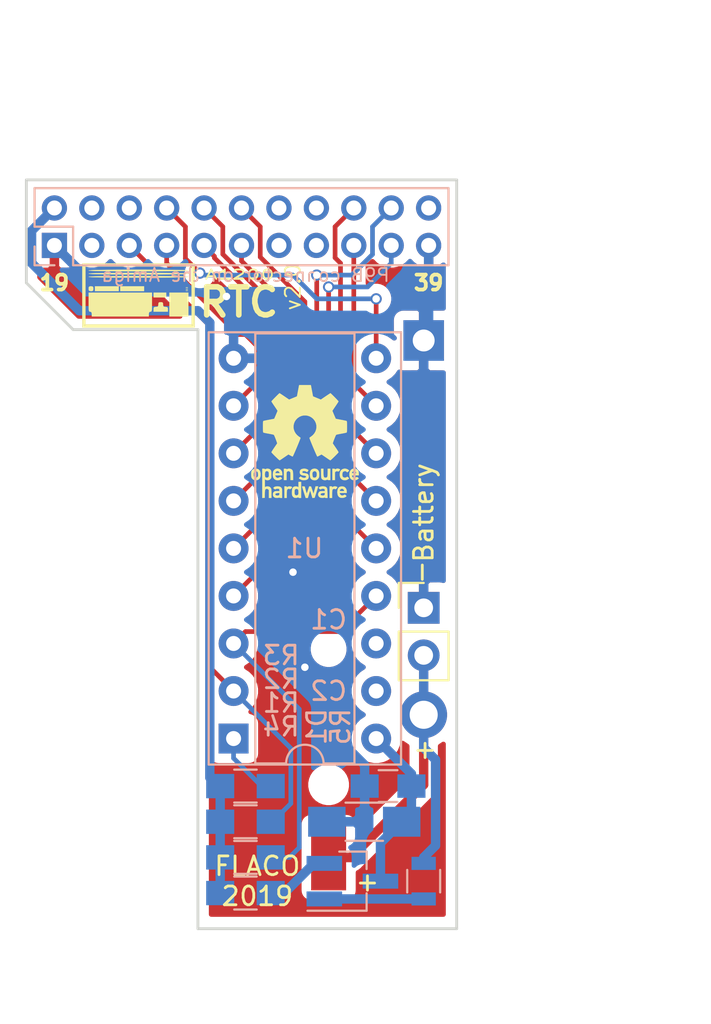
<source format=kicad_pcb>
(kicad_pcb (version 20171130) (host pcbnew 5.1.5-52549c5~84~ubuntu18.04.1)

  (general
    (thickness 1.6)
    (drawings 19)
    (tracks 123)
    (zones 0)
    (modules 15)
    (nets 30)
  )

  (page A4)
  (title_block
    (title OpenA1200RTC)
    (date 2019-07-25)
    (rev 2.0)
    (company FLACO)
    (comment 1 "schematic and layout are Open Hardware like its source")
    (comment 2 "and adapted to a smaller form factor")
    (comment 3 https://github.com/screwbreaker/OpenA1200RTC)
    (comment 4 "This schmatic was taken from other free project by screwbreaker:")
  )

  (layers
    (0 F.Cu power)
    (31 B.Cu power)
    (36 B.SilkS user)
    (37 F.SilkS user)
    (38 B.Mask user)
    (39 F.Mask user)
    (44 Edge.Cuts user)
    (45 Margin user hide)
    (46 B.CrtYd user hide)
    (47 F.CrtYd user hide)
    (48 B.Fab user)
    (49 F.Fab user)
  )

  (setup
    (last_trace_width 0.25)
    (trace_clearance 0.2)
    (zone_clearance 0.508)
    (zone_45_only no)
    (trace_min 0.1)
    (via_size 0.6)
    (via_drill 0.4)
    (via_min_size 0.4)
    (via_min_drill 0.3)
    (uvia_size 0.3)
    (uvia_drill 0.1)
    (uvias_allowed no)
    (uvia_min_size 0.2)
    (uvia_min_drill 0.1)
    (edge_width 0.15)
    (segment_width 0.2)
    (pcb_text_width 0.3)
    (pcb_text_size 1.5 1.5)
    (mod_edge_width 0.15)
    (mod_text_size 1 1)
    (mod_text_width 0.15)
    (pad_size 2.4 1.6)
    (pad_drill 0.8)
    (pad_to_mask_clearance 0.051)
    (solder_mask_min_width 0.25)
    (aux_axis_origin 0 0)
    (visible_elements FFFFFF7F)
    (pcbplotparams
      (layerselection 0x010f0_ffffffff)
      (usegerberextensions true)
      (usegerberattributes false)
      (usegerberadvancedattributes false)
      (creategerberjobfile false)
      (excludeedgelayer true)
      (linewidth 0.100000)
      (plotframeref false)
      (viasonmask false)
      (mode 1)
      (useauxorigin false)
      (hpglpennumber 1)
      (hpglpenspeed 20)
      (hpglpendiameter 15.000000)
      (psnegative false)
      (psa4output false)
      (plotreference true)
      (plotvalue true)
      (plotinvisibletext false)
      (padsonsilk false)
      (subtractmaskfromsilk false)
      (outputformat 1)
      (mirror false)
      (drillshape 0)
      (scaleselection 1)
      (outputdirectory "gerbers/"))
  )

  (net 0 "")
  (net 1 "Net-(R1-Pad2)")
  (net 2 VCC)
  (net 3 "Net-(R3-Pad2)")
  (net 4 VDD)
  (net 5 "Net-(D1-Pad1)")
  (net 6 "Net-(BT1-Pad1)")
  (net 7 GND)
  (net 8 "Net-(U1-Pad17)")
  (net 9 "Net-(U1-Pad16)")
  (net 10 /RTC_A3)
  (net 11 /RTC_A2)
  (net 12 /RTC_D0)
  (net 13 /RTC_A1)
  (net 14 /RTC_D1)
  (net 15 /RTC_A0)
  (net 16 /RTC_D2)
  (net 17 /RTC_D3)
  (net 18 "Net-(J1-Pad22)")
  (net 19 "Net-(J1-Pad16)")
  (net 20 "Net-(J1-Pad15)")
  (net 21 "Net-(J1-Pad14)")
  (net 22 "Net-(J1-Pad13)")
  (net 23 "Net-(J1-Pad6)")
  (net 24 "Net-(J1-Pad4)")
  (net 25 "Net-(J1-Pad3)")
  (net 26 "Net-(D1-Pad2)")
  (net 27 /RTC_WR)
  (net 28 /RTC_RD)
  (net 29 /RTC_CS)

  (net_class Default "This is the default net class."
    (clearance 0.2)
    (trace_width 0.25)
    (via_dia 0.6)
    (via_drill 0.4)
    (uvia_dia 0.3)
    (uvia_drill 0.1)
    (add_net /RTC_A0)
    (add_net /RTC_A1)
    (add_net /RTC_A2)
    (add_net /RTC_A3)
    (add_net /RTC_CS)
    (add_net /RTC_D0)
    (add_net /RTC_D1)
    (add_net /RTC_D2)
    (add_net /RTC_D3)
    (add_net /RTC_RD)
    (add_net /RTC_WR)
    (add_net "Net-(BT1-Pad1)")
    (add_net "Net-(J1-Pad13)")
    (add_net "Net-(J1-Pad14)")
    (add_net "Net-(J1-Pad15)")
    (add_net "Net-(J1-Pad16)")
    (add_net "Net-(J1-Pad22)")
    (add_net "Net-(J1-Pad3)")
    (add_net "Net-(J1-Pad4)")
    (add_net "Net-(J1-Pad6)")
    (add_net "Net-(R1-Pad2)")
    (add_net "Net-(R3-Pad2)")
    (add_net "Net-(U1-Pad16)")
    (add_net "Net-(U1-Pad17)")
  )

  (net_class Power ""
    (clearance 0.2)
    (trace_width 0.5)
    (via_dia 1)
    (via_drill 0.8)
    (uvia_dia 0.3)
    (uvia_drill 0.1)
    (add_net GND)
    (add_net "Net-(D1-Pad1)")
    (add_net "Net-(D1-Pad2)")
    (add_net VCC)
    (add_net VDD)
  )

  (module sassa:Battery_Holder_Coin_1220_BS-1220-1 (layer F.Cu) (tedit 5D3A1697) (tstamp 5D3A19C0)
    (at 160.655 132.07 270)
    (descr "Battery Holder Coin 1220 BS-1220-1")
    (tags "BS-1220-1 CR1220 LIR1220 coin cell battery holder")
    (path /5D39E3F8)
    (fp_text reference BT2 (at 0 0 270) (layer F.SilkS) hide
      (effects (font (size 1 1) (thickness 0.15)))
    )
    (fp_text value Battery_Holder (at 0 -1.27 270) (layer F.Fab)
      (effects (font (size 1 1) (thickness 0.15)))
    )
    (fp_circle (center 0 0) (end 7.39 0) (layer F.Fab) (width 0.15))
    (fp_text user + (at 9 -2 270) (layer F.SilkS)
      (effects (font (size 1 1) (thickness 0.15)))
    )
    (fp_line (start 6.35 -3.81) (end 6.35 -6.985) (layer F.Fab) (width 0.15))
    (fp_line (start 6.35 -6.985) (end 3.81 -6.985) (layer F.Fab) (width 0.15))
    (fp_line (start 3.81 -6.985) (end 3.81 -6.35) (layer F.Fab) (width 0.15))
    (fp_line (start 6.35 3.81) (end 6.35 6.985) (layer F.Fab) (width 0.15))
    (fp_line (start 6.35 6.985) (end 3.81 6.985) (layer F.Fab) (width 0.15))
    (fp_line (start 3.81 6.985) (end 3.81 6.35) (layer F.Fab) (width 0.15))
    (pad 2 smd rect (at -7.73 0 270) (size 4.32 1.82) (layers F.Cu F.Paste F.Mask)
      (net 7 GND))
    (pad 1 smd rect (at 7.63 0 270) (size 3.52 1.87) (layers F.Cu F.Paste F.Mask)
      (net 6 "Net-(BT1-Pad1)"))
    (pad "" np_thru_hole circle (at -3.5 0 270) (size 0.9 0.9) (drill 0.9) (layers *.Cu))
    (pad "" np_thru_hole circle (at 3.75 0 270) (size 1.16 1.16) (drill 1.16) (layers *.Cu))
  )

  (module library:Battery_Holder_Coin_2032_BS-7 (layer F.Cu) (tedit 5D3A1583) (tstamp 5D38C2FD)
    (at 165.735 112.08 270)
    (descr http://www.memoryprotectiondevices.com/datasheets/BS-7-datasheet.pdf)
    (path /5C2D20CE)
    (fp_text reference BT1 (at 8.128 0) (layer F.SilkS) hide
      (effects (font (size 1 1) (thickness 0.15)))
    )
    (fp_text value Battery_Holder (at 7.4676 13.56 270) (layer F.Fab) hide
      (effects (font (size 1 1) (thickness 0.15)))
    )
    (fp_line (start -3.9624 11.43) (end 21.5138 11.43) (layer F.CrtYd) (width 0.05))
    (fp_line (start -3.9624 -11.43) (end 21.5138 -11.43) (layer F.CrtYd) (width 0.05))
    (fp_line (start 21.5138 -11.43) (end 21.5138 11.43) (layer F.CrtYd) (width 0.05))
    (fp_line (start -3.9624 -11.43) (end -3.9624 11.43) (layer F.CrtYd) (width 0.05))
    (fp_line (start 20.6756 -3.81) (end 20.6756 3.81) (layer F.Fab) (width 0.1))
    (fp_line (start 17.9832 3.81) (end 20.6756 3.81) (layer F.Fab) (width 0.1))
    (fp_line (start 17.9832 -3.81) (end 20.6756 -3.81) (layer F.Fab) (width 0.1))
    (fp_text user %R (at 7.4676 0 270) (layer F.Fab) hide
      (effects (font (size 1 1) (thickness 0.15)))
    )
    (fp_circle (center 7.4676 0) (end -3.7084 0) (layer F.Fab) (width 0.1))
    (pad 2 thru_hole rect (at 0 0 270) (size 2.17 2.17) (drill 1.17) (layers *.Cu *.Mask)
      (net 7 GND))
    (pad 1 thru_hole circle (at 20 0 270) (size 2.5 2.5) (drill 1.5) (layers *.Cu *.Mask)
      (net 6 "Net-(BT1-Pad1)"))
    (model ${KIPRJMOD}/3DModels/BS-7.STEP
      (offset (xyz 8 0 0))
      (scale (xyz 1 1 1))
      (rotate (xyz 0 0 0))
    )
  )

  (module TO_SOT_Packages_SMD:SOT-23_Handsoldering (layer B.Cu) (tedit 5C602B6B) (tstamp 5D38CD9F)
    (at 161.925 140.97)
    (descr "SOT-23, Handsoldering")
    (tags SOT-23)
    (path /5C2D1799)
    (attr smd)
    (fp_text reference D1 (at -1.905 -8.255 90) (layer B.SilkS)
      (effects (font (size 1 1) (thickness 0.15)) (justify mirror))
    )
    (fp_text value BAT54C (at 0 -2.5) (layer B.Fab)
      (effects (font (size 1 1) (thickness 0.15)) (justify mirror))
    )
    (fp_line (start 0.76 -1.58) (end -0.7 -1.58) (layer B.SilkS) (width 0.12))
    (fp_line (start -0.7 -1.52) (end 0.7 -1.52) (layer B.Fab) (width 0.1))
    (fp_line (start 0.7 1.52) (end 0.7 -1.52) (layer B.Fab) (width 0.1))
    (fp_line (start -0.7 0.95) (end -0.15 1.52) (layer B.Fab) (width 0.1))
    (fp_line (start -0.15 1.52) (end 0.7 1.52) (layer B.Fab) (width 0.1))
    (fp_line (start -0.7 0.95) (end -0.7 -1.5) (layer B.Fab) (width 0.1))
    (fp_line (start 0.76 1.58) (end -2.4 1.58) (layer B.SilkS) (width 0.12))
    (fp_line (start -2.7 -1.75) (end -2.7 1.75) (layer B.CrtYd) (width 0.05))
    (fp_line (start 2.7 -1.75) (end -2.7 -1.75) (layer B.CrtYd) (width 0.05))
    (fp_line (start 2.7 1.75) (end 2.7 -1.75) (layer B.CrtYd) (width 0.05))
    (fp_line (start -2.7 1.75) (end 2.7 1.75) (layer B.CrtYd) (width 0.05))
    (fp_line (start 0.76 1.58) (end 0.76 0.65) (layer B.SilkS) (width 0.12))
    (fp_line (start 0.76 -1.58) (end 0.76 -0.65) (layer B.SilkS) (width 0.12))
    (fp_text user %R (at 0 0 -270) (layer B.Fab)
      (effects (font (size 0.5 0.5) (thickness 0.075)) (justify mirror))
    )
    (pad 3 smd rect (at 1.5 0) (size 1.9 0.8) (layers B.Cu B.Paste B.Mask)
      (net 4 VDD))
    (pad 2 smd rect (at -1.5 -0.95) (size 1.9 0.8) (layers B.Cu B.Paste B.Mask)
      (net 26 "Net-(D1-Pad2)"))
    (pad 1 smd rect (at -1.5 0.95) (size 1.9 0.8) (layers B.Cu B.Paste B.Mask)
      (net 5 "Net-(D1-Pad1)"))
    (model ${KISYS3DMOD}/TO_SOT_Packages_SMD.3dshapes\SOT-23.wrl
      (at (xyz 0 0 0))
      (scale (xyz 1 1 1))
      (rotate (xyz 0 0 0))
    )
    (model ${KISYS3DMOD}/Package_TO_SOT_SMD.3dshapes/SOT-23.wrl
      (at (xyz 0 0 0))
      (scale (xyz 1 1 1))
      (rotate (xyz 0 0 0))
    )
  )

  (module Housings_DIP:DIP-18_W7.62mm_Socket (layer B.Cu) (tedit 59C78D6B) (tstamp 5D348F91)
    (at 155.575 133.35)
    (descr "18-lead though-hole mounted DIP package, row spacing 7.62 mm (300 mils), Socket")
    (tags "THT DIP DIL PDIP 2.54mm 7.62mm 300mil Socket")
    (path /5C2D1582)
    (fp_text reference U1 (at 3.7846 -10.16) (layer B.SilkS)
      (effects (font (size 1 1) (thickness 0.15)) (justify mirror))
    )
    (fp_text value MSM6242B (at 3.81 -22.65) (layer B.Fab)
      (effects (font (size 1 1) (thickness 0.15)) (justify mirror))
    )
    (fp_text user %R (at 3.81 -10.16) (layer B.Fab)
      (effects (font (size 1 1) (thickness 0.15)) (justify mirror))
    )
    (fp_line (start 9.15 1.6) (end -1.55 1.6) (layer B.CrtYd) (width 0.05))
    (fp_line (start 9.15 -21.9) (end 9.15 1.6) (layer B.CrtYd) (width 0.05))
    (fp_line (start -1.55 -21.9) (end 9.15 -21.9) (layer B.CrtYd) (width 0.05))
    (fp_line (start -1.55 1.6) (end -1.55 -21.9) (layer B.CrtYd) (width 0.05))
    (fp_line (start 8.95 1.39) (end -1.33 1.39) (layer B.SilkS) (width 0.12))
    (fp_line (start 8.95 -21.71) (end 8.95 1.39) (layer B.SilkS) (width 0.12))
    (fp_line (start -1.33 -21.71) (end 8.95 -21.71) (layer B.SilkS) (width 0.12))
    (fp_line (start -1.33 1.39) (end -1.33 -21.71) (layer B.SilkS) (width 0.12))
    (fp_line (start 6.46 1.33) (end 4.81 1.33) (layer B.SilkS) (width 0.12))
    (fp_line (start 6.46 -21.65) (end 6.46 1.33) (layer B.SilkS) (width 0.12))
    (fp_line (start 1.16 -21.65) (end 6.46 -21.65) (layer B.SilkS) (width 0.12))
    (fp_line (start 1.16 1.33) (end 1.16 -21.65) (layer B.SilkS) (width 0.12))
    (fp_line (start 2.81 1.33) (end 1.16 1.33) (layer B.SilkS) (width 0.12))
    (fp_line (start 8.89 1.33) (end -1.27 1.33) (layer B.Fab) (width 0.1))
    (fp_line (start 8.89 -21.65) (end 8.89 1.33) (layer B.Fab) (width 0.1))
    (fp_line (start -1.27 -21.65) (end 8.89 -21.65) (layer B.Fab) (width 0.1))
    (fp_line (start -1.27 1.33) (end -1.27 -21.65) (layer B.Fab) (width 0.1))
    (fp_line (start 0.635 0.27) (end 1.635 1.27) (layer B.Fab) (width 0.1))
    (fp_line (start 0.635 -21.59) (end 0.635 0.27) (layer B.Fab) (width 0.1))
    (fp_line (start 6.985 -21.59) (end 0.635 -21.59) (layer B.Fab) (width 0.1))
    (fp_line (start 6.985 1.27) (end 6.985 -21.59) (layer B.Fab) (width 0.1))
    (fp_line (start 1.635 1.27) (end 6.985 1.27) (layer B.Fab) (width 0.1))
    (fp_arc (start 3.81 1.33) (end 2.81 1.33) (angle 180) (layer B.SilkS) (width 0.12))
    (pad 18 thru_hole oval (at 7.62 0) (size 1.6 1.6) (drill 0.8) (layers *.Cu *.Mask)
      (net 4 VDD))
    (pad 9 thru_hole oval (at 0 -20.32) (size 1.6 1.6) (drill 0.8) (layers *.Cu *.Mask)
      (net 7 GND))
    (pad 17 thru_hole oval (at 7.62 -2.54) (size 1.6 1.6) (drill 0.8) (layers *.Cu *.Mask)
      (net 8 "Net-(U1-Pad17)"))
    (pad 8 thru_hole oval (at 0 -17.78) (size 1.6 1.6) (drill 0.8) (layers *.Cu *.Mask)
      (net 28 /RTC_RD))
    (pad 16 thru_hole oval (at 7.62 -5.08) (size 1.6 1.6) (drill 0.8) (layers *.Cu *.Mask)
      (net 9 "Net-(U1-Pad16)"))
    (pad 7 thru_hole oval (at 0 -15.24) (size 1.6 1.6) (drill 0.8) (layers *.Cu *.Mask)
      (net 10 /RTC_A3))
    (pad 15 thru_hole oval (at 7.62 -7.62) (size 1.6 1.6) (drill 0.8) (layers *.Cu *.Mask)
      (net 1 "Net-(R1-Pad2)"))
    (pad 6 thru_hole oval (at 0 -12.7) (size 1.6 1.6) (drill 0.8) (layers *.Cu *.Mask)
      (net 11 /RTC_A2))
    (pad 14 thru_hole oval (at 7.62 -10.16) (size 1.6 1.6) (drill 0.8) (layers *.Cu *.Mask)
      (net 12 /RTC_D0))
    (pad 5 thru_hole oval (at 0 -10.16) (size 1.6 1.6) (drill 0.8) (layers *.Cu *.Mask)
      (net 13 /RTC_A1))
    (pad 13 thru_hole oval (at 7.62 -12.7) (size 1.6 1.6) (drill 0.8) (layers *.Cu *.Mask)
      (net 14 /RTC_D1))
    (pad 4 thru_hole oval (at 0 -7.62) (size 1.6 1.6) (drill 0.8) (layers *.Cu *.Mask)
      (net 15 /RTC_A0))
    (pad 12 thru_hole oval (at 7.62 -15.24) (size 1.6 1.6) (drill 0.8) (layers *.Cu *.Mask)
      (net 16 /RTC_D2))
    (pad 3 thru_hole oval (at 0 -5.08) (size 1.6 1.6) (drill 0.8) (layers *.Cu *.Mask)
      (net 1 "Net-(R1-Pad2)"))
    (pad 11 thru_hole oval (at 7.62 -17.78) (size 1.6 1.6) (drill 0.8) (layers *.Cu *.Mask)
      (net 17 /RTC_D3))
    (pad 2 thru_hole oval (at 0 -2.54) (size 1.6 1.6) (drill 0.8) (layers *.Cu *.Mask)
      (net 29 /RTC_CS))
    (pad 10 thru_hole oval (at 7.62 -20.32) (size 1.6 1.6) (drill 0.8) (layers *.Cu *.Mask)
      (net 27 /RTC_WR))
    (pad 1 thru_hole rect (at 0 0) (size 1.6 1.6) (drill 0.8) (layers *.Cu *.Mask)
      (net 3 "Net-(R3-Pad2)"))
    (model ${KISYS3DMOD}/Housings_DIP.3dshapes/DIP-18_W7.62mm_Socket.wrl
      (at (xyz 0 0 0))
      (scale (xyz 1 1 1))
      (rotate (xyz 0 0 0))
    )
    (model ${KISYS3DMOD}/Package_DIP.3dshapes/DIP-18_W7.62mm.wrl
      (at (xyz 0 0 0))
      (scale (xyz 1 1 1))
      (rotate (xyz 0 0 0))
    )
  )

  (module library:A1200 (layer F.Cu) (tedit 5C2E4244) (tstamp 5D38E4E5)
    (at 150.495 109.6518)
    (path /5C323887)
    (attr virtual)
    (fp_text reference V2 (at 0.0254 -2.54) (layer F.SilkS) hide
      (effects (font (size 1.524 1.524) (thickness 0.3)))
    )
    (fp_text value A1200 (at 0 2.7432) (layer F.SilkS) hide
      (effects (font (size 1.524 1.524) (thickness 0.3)))
    )
    (fp_poly (pts (xy 0.612483 -1.353998) (xy 1.147153 -1.352) (xy 1.603041 -1.348689) (xy 1.979179 -1.344081)
      (xy 2.274596 -1.33819) (xy 2.488324 -1.331033) (xy 2.619393 -1.322624) (xy 2.666834 -1.312979)
      (xy 2.667 -1.312333) (xy 2.624833 -1.302612) (xy 2.498977 -1.294125) (xy 2.290401 -1.286888)
      (xy 2.000076 -1.280918) (xy 1.628969 -1.276229) (xy 1.178051 -1.272836) (xy 0.64829 -1.270756)
      (xy 0.040655 -1.270003) (xy 0 -1.27) (xy -0.612483 -1.270669) (xy -1.147153 -1.272667)
      (xy -1.603041 -1.275978) (xy -1.979178 -1.280586) (xy -2.274596 -1.286477) (xy -2.488323 -1.293634)
      (xy -2.619392 -1.302043) (xy -2.666834 -1.311688) (xy -2.667 -1.312333) (xy -2.624832 -1.322055)
      (xy -2.498976 -1.330542) (xy -2.290401 -1.337779) (xy -2.000075 -1.343749) (xy -1.628969 -1.348438)
      (xy -1.17805 -1.351831) (xy -0.648289 -1.353911) (xy -0.040655 -1.354664) (xy 0 -1.354667)
      (xy 0.612483 -1.353998)) (layer F.SilkS) (width 0.01))
    (fp_poly (pts (xy 0.612483 -1.184664) (xy 1.147153 -1.182666) (xy 1.603041 -1.179356) (xy 1.979179 -1.174747)
      (xy 2.274596 -1.168857) (xy 2.488324 -1.161699) (xy 2.619393 -1.15329) (xy 2.666834 -1.143645)
      (xy 2.667 -1.143) (xy 2.624833 -1.133278) (xy 2.498977 -1.124791) (xy 2.290401 -1.117555)
      (xy 2.000076 -1.111585) (xy 1.628969 -1.106895) (xy 1.178051 -1.103503) (xy 0.64829 -1.101423)
      (xy 0.040655 -1.100669) (xy 0 -1.100667) (xy -0.612483 -1.101336) (xy -1.147153 -1.103334)
      (xy -1.603041 -1.106645) (xy -1.979178 -1.111253) (xy -2.274596 -1.117144) (xy -2.488323 -1.124301)
      (xy -2.619392 -1.13271) (xy -2.666834 -1.142355) (xy -2.667 -1.143) (xy -2.624832 -1.152722)
      (xy -2.498976 -1.161209) (xy -2.290401 -1.168445) (xy -2.000075 -1.174416) (xy -1.628969 -1.179105)
      (xy -1.17805 -1.182497) (xy -0.648289 -1.184578) (xy -0.040655 -1.185331) (xy 0 -1.185333)
      (xy 0.612483 -1.184664)) (layer F.SilkS) (width 0.01))
    (fp_poly (pts (xy 0.612483 -1.015331) (xy 1.147153 -1.013333) (xy 1.603041 -1.010022) (xy 1.979179 -1.005414)
      (xy 2.274596 -0.999523) (xy 2.488324 -0.992366) (xy 2.619393 -0.983957) (xy 2.666834 -0.974312)
      (xy 2.667 -0.973667) (xy 2.624833 -0.963945) (xy 2.498977 -0.955458) (xy 2.290401 -0.948222)
      (xy 2.000076 -0.942251) (xy 1.628969 -0.937562) (xy 1.178051 -0.93417) (xy 0.64829 -0.932089)
      (xy 0.040655 -0.931336) (xy 0 -0.931333) (xy -0.612483 -0.932003) (xy -1.147153 -0.934001)
      (xy -1.603041 -0.937311) (xy -1.979178 -0.94192) (xy -2.274596 -0.94781) (xy -2.488323 -0.954968)
      (xy -2.619392 -0.963377) (xy -2.666834 -0.973022) (xy -2.667 -0.973667) (xy -2.624832 -0.983389)
      (xy -2.498976 -0.991876) (xy -2.290401 -0.999112) (xy -2.000075 -1.005082) (xy -1.628969 -1.009772)
      (xy -1.17805 -1.013164) (xy -0.648289 -1.015244) (xy -0.040655 -1.015998) (xy 0 -1.016)
      (xy 0.612483 -1.015331)) (layer F.SilkS) (width 0.01))
    (fp_poly (pts (xy 2.63525 -0.409037) (xy 2.640568 -0.393585) (xy 2.582334 -0.387684) (xy 2.522236 -0.394337)
      (xy 2.529417 -0.409037) (xy 2.616088 -0.414628) (xy 2.63525 -0.409037)) (layer F.SilkS) (width 0.01))
    (fp_poly (pts (xy 2.63525 -0.32437) (xy 2.640568 -0.308919) (xy 2.582334 -0.303018) (xy 2.522236 -0.30967)
      (xy 2.529417 -0.32437) (xy 2.616088 -0.329961) (xy 2.63525 -0.32437)) (layer F.SilkS) (width 0.01))
    (fp_poly (pts (xy 2.63525 -0.239703) (xy 2.640568 -0.224252) (xy 2.582334 -0.218351) (xy 2.522236 -0.225004)
      (xy 2.529417 -0.239703) (xy 2.616088 -0.245295) (xy 2.63525 -0.239703)) (layer F.SilkS) (width 0.01))
    (fp_poly (pts (xy 0.296334 -0.211667) (xy -0.973666 -0.211667) (xy -0.973666 -0.465667) (xy 0.296334 -0.465667)
      (xy 0.296334 -0.211667)) (layer F.SilkS) (width 0.01))
    (fp_poly (pts (xy -1.058333 -0.211667) (xy -2.328333 -0.211667) (xy -2.328333 -0.465667) (xy -1.058333 -0.465667)
      (xy -1.058333 -0.211667)) (layer F.SilkS) (width 0.01))
    (fp_poly (pts (xy -2.450046 -0.455177) (xy -2.416891 -0.405697) (xy -2.413 -0.338667) (xy -2.423489 -0.248713)
      (xy -2.47297 -0.215558) (xy -2.54 -0.211667) (xy -2.629954 -0.222156) (xy -2.663109 -0.271637)
      (xy -2.667 -0.338667) (xy -2.65651 -0.428621) (xy -2.60703 -0.461776) (xy -2.54 -0.465667)
      (xy -2.450046 -0.455177)) (layer F.SilkS) (width 0.01))
    (fp_poly (pts (xy 1.481667 0.127) (xy 0.804334 0.127) (xy 0.804334 -0.127) (xy 1.481667 -0.127)
      (xy 1.481667 0.127)) (layer F.SilkS) (width 0.01))
    (fp_poly (pts (xy 1.275288 0.391489) (xy 1.308443 0.44097) (xy 1.312334 0.508) (xy 1.322823 0.597954)
      (xy 1.372303 0.631109) (xy 1.439334 0.635) (xy 1.529288 0.645489) (xy 1.562443 0.69497)
      (xy 1.566334 0.762) (xy 1.566334 0.889) (xy 0.804334 0.889) (xy 0.804334 0.762)
      (xy 0.814823 0.672046) (xy 0.864303 0.638891) (xy 0.931334 0.635) (xy 1.021288 0.62451)
      (xy 1.054443 0.57503) (xy 1.058334 0.508) (xy 1.068823 0.418046) (xy 1.118303 0.384891)
      (xy 1.185334 0.381) (xy 1.275288 0.391489)) (layer F.SilkS) (width 0.01))
    (fp_poly (pts (xy 2.667 1.143) (xy 1.651 1.143) (xy 1.651 -0.127) (xy 2.667 -0.127)
      (xy 2.667 1.143)) (layer F.SilkS) (width 0.01))
    (fp_poly (pts (xy 0.719667 0.381) (xy 0.718836 0.595441) (xy 0.714785 0.73925) (xy 0.705175 0.826459)
      (xy 0.687669 0.871097) (xy 0.659926 0.887195) (xy 0.635 0.889) (xy 0.573027 0.908958)
      (xy 0.551207 0.983216) (xy 0.550334 1.016) (xy 0.550334 1.143) (xy -2.497666 1.143)
      (xy -2.497666 1.016) (xy -2.510972 0.92304) (xy -2.560477 0.89031) (xy -2.582333 0.889)
      (xy -2.618073 0.884016) (xy -2.642042 0.85971) (xy -2.656576 0.802051) (xy -2.664016 0.69701)
      (xy -2.666699 0.530555) (xy -2.667 0.381) (xy -2.667 -0.127) (xy 0.719667 -0.127)
      (xy 0.719667 0.381)) (layer F.SilkS) (width 0.01))
    (fp_poly (pts (xy 3.005667 1.735667) (xy -3.005666 1.735667) (xy -3.005666 -1.524) (xy -2.836333 -1.524)
      (xy -2.836333 1.566333) (xy 2.836334 1.566333) (xy 2.836334 -1.524) (xy -2.836333 -1.524)
      (xy -3.005666 -1.524) (xy -3.005666 -1.693333) (xy 3.005667 -1.693333) (xy 3.005667 1.735667)) (layer F.SilkS) (width 0.01))
  )

  (module Capacitors_SMD:C_0805_HandSoldering (layer B.Cu) (tedit 5C2DEBB7) (tstamp 5D38DAB7)
    (at 163.83 135.89 180)
    (descr "Capacitor SMD 0805, hand soldering")
    (tags "capacitor 0805")
    (path /5C2E4845)
    (attr smd)
    (fp_text reference C1 (at 3.175 8.89) (layer B.SilkS)
      (effects (font (size 1 1) (thickness 0.15)) (justify mirror))
    )
    (fp_text value 100n (at 0 -1.75) (layer B.Fab) hide
      (effects (font (size 1 1) (thickness 0.15)) (justify mirror))
    )
    (fp_line (start 2.25 -0.87) (end -2.25 -0.87) (layer B.CrtYd) (width 0.05))
    (fp_line (start 2.25 -0.87) (end 2.25 0.88) (layer B.CrtYd) (width 0.05))
    (fp_line (start -2.25 0.88) (end -2.25 -0.87) (layer B.CrtYd) (width 0.05))
    (fp_line (start -2.25 0.88) (end 2.25 0.88) (layer B.CrtYd) (width 0.05))
    (fp_line (start -0.5 -0.85) (end 0.5 -0.85) (layer B.SilkS) (width 0.12))
    (fp_line (start 0.5 0.85) (end -0.5 0.85) (layer B.SilkS) (width 0.12))
    (fp_line (start -1 0.62) (end 1 0.62) (layer B.Fab) (width 0.1))
    (fp_line (start 1 0.62) (end 1 -0.62) (layer B.Fab) (width 0.1))
    (fp_line (start 1 -0.62) (end -1 -0.62) (layer B.Fab) (width 0.1))
    (fp_line (start -1 -0.62) (end -1 0.62) (layer B.Fab) (width 0.1))
    (fp_text user %R (at 0 1.75) (layer B.Fab) hide
      (effects (font (size 1 1) (thickness 0.15)) (justify mirror))
    )
    (pad 2 smd rect (at 1.25 0 180) (size 1.5 1.25) (layers B.Cu B.Paste B.Mask)
      (net 7 GND))
    (pad 1 smd rect (at -1.25 0 180) (size 1.5 1.25) (layers B.Cu B.Paste B.Mask)
      (net 4 VDD))
    (model Capacitors_SMD.3dshapes/C_0805.wrl
      (at (xyz 0 0 0))
      (scale (xyz 1 1 1))
      (rotate (xyz 0 0 0))
    )
    (model ${KISYS3DMOD}/Capacitor_SMD.3dshapes/C_0805_2012Metric.wrl
      (at (xyz 0 0 0))
      (scale (xyz 1 1 1))
      (rotate (xyz 0 0 0))
    )
  )

  (module Capacitors_SMD:C_1206_HandSoldering (layer B.Cu) (tedit 5C2DEB94) (tstamp 5C2DEA6F)
    (at 162.56 137.795 180)
    (descr "Capacitor SMD 1206, hand soldering")
    (tags "capacitor 1206")
    (path /5C2E60A0)
    (attr smd)
    (fp_text reference C2 (at 1.905 6.985 180) (layer B.SilkS)
      (effects (font (size 1 1) (thickness 0.15)) (justify mirror))
    )
    (fp_text value 2.2uF (at 0 -2 180) (layer B.Fab) hide
      (effects (font (size 1 1) (thickness 0.15)) (justify mirror))
    )
    (fp_line (start 3.25 -1.05) (end -3.25 -1.05) (layer B.CrtYd) (width 0.05))
    (fp_line (start 3.25 -1.05) (end 3.25 1.05) (layer B.CrtYd) (width 0.05))
    (fp_line (start -3.25 1.05) (end -3.25 -1.05) (layer B.CrtYd) (width 0.05))
    (fp_line (start -3.25 1.05) (end 3.25 1.05) (layer B.CrtYd) (width 0.05))
    (fp_line (start -1 -1.02) (end 1 -1.02) (layer B.SilkS) (width 0.12))
    (fp_line (start 1 1.02) (end -1 1.02) (layer B.SilkS) (width 0.12))
    (fp_line (start -1.6 0.8) (end 1.6 0.8) (layer B.Fab) (width 0.1))
    (fp_line (start 1.6 0.8) (end 1.6 -0.8) (layer B.Fab) (width 0.1))
    (fp_line (start 1.6 -0.8) (end -1.6 -0.8) (layer B.Fab) (width 0.1))
    (fp_line (start -1.6 -0.8) (end -1.6 0.8) (layer B.Fab) (width 0.1))
    (fp_text user %R (at 0 1.75 180) (layer B.Fab) hide
      (effects (font (size 1 1) (thickness 0.15)) (justify mirror))
    )
    (pad 2 smd rect (at 2 0 180) (size 2 1.6) (layers B.Cu B.Paste B.Mask)
      (net 7 GND))
    (pad 1 smd rect (at -2 0 180) (size 2 1.6) (layers B.Cu B.Paste B.Mask)
      (net 4 VDD))
    (model Capacitors_SMD.3dshapes/C_1206.wrl
      (at (xyz 0 0 0))
      (scale (xyz 1 1 1))
      (rotate (xyz 0 0 0))
    )
    (model ${KISYS3DMOD}/Capacitor_SMD.3dshapes/C_1206_3216Metric.wrl
      (at (xyz 0 0 0))
      (scale (xyz 1 1 1))
      (rotate (xyz 0 0 0))
    )
  )

  (module Resistors_SMD:R_0805_HandSoldering (layer B.Cu) (tedit 5C2DE845) (tstamp 5C2DE907)
    (at 156.21 141.605)
    (descr "Resistor SMD 0805, hand soldering")
    (tags "resistor 0805")
    (path /5C2D1E7A)
    (attr smd)
    (fp_text reference R4 (at 1.905 -8.89) (layer B.SilkS)
      (effects (font (size 1 1) (thickness 0.15)) (justify mirror))
    )
    (fp_text value 220 (at 0 -1.75) (layer B.Fab) hide
      (effects (font (size 1 1) (thickness 0.15)) (justify mirror))
    )
    (fp_text user %R (at 0 0) (layer B.Fab)
      (effects (font (size 0.5 0.5) (thickness 0.075)) (justify mirror))
    )
    (fp_line (start -1 -0.62) (end -1 0.62) (layer B.Fab) (width 0.1))
    (fp_line (start 1 -0.62) (end -1 -0.62) (layer B.Fab) (width 0.1))
    (fp_line (start 1 0.62) (end 1 -0.62) (layer B.Fab) (width 0.1))
    (fp_line (start -1 0.62) (end 1 0.62) (layer B.Fab) (width 0.1))
    (fp_line (start 0.6 -0.88) (end -0.6 -0.88) (layer B.SilkS) (width 0.12))
    (fp_line (start -0.6 0.88) (end 0.6 0.88) (layer B.SilkS) (width 0.12))
    (fp_line (start -2.35 0.9) (end 2.35 0.9) (layer B.CrtYd) (width 0.05))
    (fp_line (start -2.35 0.9) (end -2.35 -0.9) (layer B.CrtYd) (width 0.05))
    (fp_line (start 2.35 -0.9) (end 2.35 0.9) (layer B.CrtYd) (width 0.05))
    (fp_line (start 2.35 -0.9) (end -2.35 -0.9) (layer B.CrtYd) (width 0.05))
    (pad 1 smd rect (at -1.35 0) (size 1.5 1.3) (layers B.Cu B.Paste B.Mask)
      (net 2 VCC))
    (pad 2 smd rect (at 1.35 0) (size 1.5 1.3) (layers B.Cu B.Paste B.Mask)
      (net 26 "Net-(D1-Pad2)"))
    (model ${KISYS3DMOD}/Resistors_SMD.3dshapes/R_0805.wrl
      (at (xyz 0 0 0))
      (scale (xyz 1 1 1))
      (rotate (xyz 0 0 0))
    )
    (model ${KISYS3DMOD}/Resistor_SMD.3dshapes/R_0805_2012Metric.wrl
      (at (xyz 0 0 0))
      (scale (xyz 1 1 1))
      (rotate (xyz 0 0 0))
    )
  )

  (module Resistors_SMD:R_0805_HandSoldering (layer B.Cu) (tedit 5C2DE814) (tstamp 5D38CBD3)
    (at 156.21 135.89)
    (descr "Resistor SMD 0805, hand soldering")
    (tags "resistor 0805")
    (path /5C2D2BFC)
    (attr smd)
    (fp_text reference R3 (at 1.905 -6.985) (layer B.SilkS)
      (effects (font (size 1 1) (thickness 0.15)) (justify mirror))
    )
    (fp_text value 10k (at 0 -1.75) (layer B.Fab) hide
      (effects (font (size 1 1) (thickness 0.15)) (justify mirror))
    )
    (fp_line (start 2.35 -0.9) (end -2.35 -0.9) (layer B.CrtYd) (width 0.05))
    (fp_line (start 2.35 -0.9) (end 2.35 0.9) (layer B.CrtYd) (width 0.05))
    (fp_line (start -2.35 0.9) (end -2.35 -0.9) (layer B.CrtYd) (width 0.05))
    (fp_line (start -2.35 0.9) (end 2.35 0.9) (layer B.CrtYd) (width 0.05))
    (fp_line (start -0.6 0.88) (end 0.6 0.88) (layer B.SilkS) (width 0.12))
    (fp_line (start 0.6 -0.88) (end -0.6 -0.88) (layer B.SilkS) (width 0.12))
    (fp_line (start -1 0.62) (end 1 0.62) (layer B.Fab) (width 0.1))
    (fp_line (start 1 0.62) (end 1 -0.62) (layer B.Fab) (width 0.1))
    (fp_line (start 1 -0.62) (end -1 -0.62) (layer B.Fab) (width 0.1))
    (fp_line (start -1 -0.62) (end -1 0.62) (layer B.Fab) (width 0.1))
    (fp_text user %R (at 0 0) (layer B.Fab)
      (effects (font (size 0.5 0.5) (thickness 0.075)) (justify mirror))
    )
    (pad 2 smd rect (at 1.35 0) (size 1.5 1.3) (layers B.Cu B.Paste B.Mask)
      (net 3 "Net-(R3-Pad2)"))
    (pad 1 smd rect (at -1.35 0) (size 1.5 1.3) (layers B.Cu B.Paste B.Mask)
      (net 2 VCC))
    (model ${KISYS3DMOD}/Resistors_SMD.3dshapes/R_0805.wrl
      (at (xyz 0 0 0))
      (scale (xyz 1 1 1))
      (rotate (xyz 0 0 0))
    )
    (model ${KISYS3DMOD}/Resistor_SMD.3dshapes/R_0805_2012Metric.wrl
      (at (xyz 0 0 0))
      (scale (xyz 1 1 1))
      (rotate (xyz 0 0 0))
    )
  )

  (module Resistors_SMD:R_0805_HandSoldering (layer B.Cu) (tedit 5C2DE806) (tstamp 5D34D43E)
    (at 156.21 137.795)
    (descr "Resistor SMD 0805, hand soldering")
    (tags "resistor 0805")
    (path /5C2D2A46)
    (attr smd)
    (fp_text reference R2 (at 1.905 -7.62) (layer B.SilkS)
      (effects (font (size 1 1) (thickness 0.15)) (justify mirror))
    )
    (fp_text value 10k (at 0 -1.75) (layer B.Fab) hide
      (effects (font (size 1 1) (thickness 0.15)) (justify mirror))
    )
    (fp_text user %R (at 0 0) (layer B.Fab)
      (effects (font (size 0.5 0.5) (thickness 0.075)) (justify mirror))
    )
    (fp_line (start -1 -0.62) (end -1 0.62) (layer B.Fab) (width 0.1))
    (fp_line (start 1 -0.62) (end -1 -0.62) (layer B.Fab) (width 0.1))
    (fp_line (start 1 0.62) (end 1 -0.62) (layer B.Fab) (width 0.1))
    (fp_line (start -1 0.62) (end 1 0.62) (layer B.Fab) (width 0.1))
    (fp_line (start 0.6 -0.88) (end -0.6 -0.88) (layer B.SilkS) (width 0.12))
    (fp_line (start -0.6 0.88) (end 0.6 0.88) (layer B.SilkS) (width 0.12))
    (fp_line (start -2.35 0.9) (end 2.35 0.9) (layer B.CrtYd) (width 0.05))
    (fp_line (start -2.35 0.9) (end -2.35 -0.9) (layer B.CrtYd) (width 0.05))
    (fp_line (start 2.35 -0.9) (end 2.35 0.9) (layer B.CrtYd) (width 0.05))
    (fp_line (start 2.35 -0.9) (end -2.35 -0.9) (layer B.CrtYd) (width 0.05))
    (pad 1 smd rect (at -1.35 0) (size 1.5 1.3) (layers B.Cu B.Paste B.Mask)
      (net 2 VCC))
    (pad 2 smd rect (at 1.35 0) (size 1.5 1.3) (layers B.Cu B.Paste B.Mask)
      (net 29 /RTC_CS))
    (model ${KISYS3DMOD}/Resistors_SMD.3dshapes/R_0805.wrl
      (at (xyz 0 0 0))
      (scale (xyz 1 1 1))
      (rotate (xyz 0 0 0))
    )
    (model ${KISYS3DMOD}/Resistor_SMD.3dshapes/R_0805_2012Metric.wrl
      (at (xyz 0 0 0))
      (scale (xyz 1 1 1))
      (rotate (xyz 0 0 0))
    )
  )

  (module Resistors_SMD:R_0805_HandSoldering (layer B.Cu) (tedit 5C2DE80D) (tstamp 5C2DE8D7)
    (at 156.21 139.7)
    (descr "Resistor SMD 0805, hand soldering")
    (tags "resistor 0805")
    (path /5C2D2B8C)
    (attr smd)
    (fp_text reference R1 (at 1.905 -8.255) (layer B.SilkS)
      (effects (font (size 1 1) (thickness 0.15)) (justify mirror))
    )
    (fp_text value 10k (at 0 -1.75) (layer B.Fab) hide
      (effects (font (size 1 1) (thickness 0.15)) (justify mirror))
    )
    (fp_line (start 2.35 -0.9) (end -2.35 -0.9) (layer B.CrtYd) (width 0.05))
    (fp_line (start 2.35 -0.9) (end 2.35 0.9) (layer B.CrtYd) (width 0.05))
    (fp_line (start -2.35 0.9) (end -2.35 -0.9) (layer B.CrtYd) (width 0.05))
    (fp_line (start -2.35 0.9) (end 2.35 0.9) (layer B.CrtYd) (width 0.05))
    (fp_line (start -0.6 0.88) (end 0.6 0.88) (layer B.SilkS) (width 0.12))
    (fp_line (start 0.6 -0.88) (end -0.6 -0.88) (layer B.SilkS) (width 0.12))
    (fp_line (start -1 0.62) (end 1 0.62) (layer B.Fab) (width 0.1))
    (fp_line (start 1 0.62) (end 1 -0.62) (layer B.Fab) (width 0.1))
    (fp_line (start 1 -0.62) (end -1 -0.62) (layer B.Fab) (width 0.1))
    (fp_line (start -1 -0.62) (end -1 0.62) (layer B.Fab) (width 0.1))
    (fp_text user %R (at 0 0) (layer B.Fab)
      (effects (font (size 0.5 0.5) (thickness 0.075)) (justify mirror))
    )
    (pad 2 smd rect (at 1.35 0) (size 1.5 1.3) (layers B.Cu B.Paste B.Mask)
      (net 1 "Net-(R1-Pad2)"))
    (pad 1 smd rect (at -1.35 0) (size 1.5 1.3) (layers B.Cu B.Paste B.Mask)
      (net 2 VCC))
    (model ${KISYS3DMOD}/Resistors_SMD.3dshapes/R_0805.wrl
      (at (xyz 0 0 0))
      (scale (xyz 1 1 1))
      (rotate (xyz 0 0 0))
    )
    (model ${KISYS3DMOD}/Resistor_SMD.3dshapes/R_0805_2012Metric.wrl
      (at (xyz 0 0 0))
      (scale (xyz 1 1 1))
      (rotate (xyz 0 0 0))
    )
  )

  (module Pin_Headers:Pin_Header_Straight_1x02_Pitch2.54mm (layer F.Cu) (tedit 59650532) (tstamp 5D377110)
    (at 165.735 126.365)
    (descr "Through hole straight pin header, 1x02, 2.54mm pitch, single row")
    (tags "Through hole pin header THT 1x02 2.54mm single row")
    (path /5D37BA2F)
    (fp_text reference J2 (at 0 -2.33) (layer F.SilkS) hide
      (effects (font (size 1 1) (thickness 0.15)))
    )
    (fp_text value Battery (at 0 -5.08 90) (layer F.SilkS)
      (effects (font (size 1 1) (thickness 0.15)))
    )
    (fp_line (start -0.635 -1.27) (end 1.27 -1.27) (layer F.Fab) (width 0.1))
    (fp_line (start 1.27 -1.27) (end 1.27 3.81) (layer F.Fab) (width 0.1))
    (fp_line (start 1.27 3.81) (end -1.27 3.81) (layer F.Fab) (width 0.1))
    (fp_line (start -1.27 3.81) (end -1.27 -0.635) (layer F.Fab) (width 0.1))
    (fp_line (start -1.27 -0.635) (end -0.635 -1.27) (layer F.Fab) (width 0.1))
    (fp_line (start -1.33 3.87) (end 1.33 3.87) (layer F.SilkS) (width 0.12))
    (fp_line (start -1.33 1.27) (end -1.33 3.87) (layer F.SilkS) (width 0.12))
    (fp_line (start 1.33 1.27) (end 1.33 3.87) (layer F.SilkS) (width 0.12))
    (fp_line (start -1.33 1.27) (end 1.33 1.27) (layer F.SilkS) (width 0.12))
    (fp_line (start -1.33 0) (end -1.33 -1.33) (layer F.SilkS) (width 0.12))
    (fp_line (start -1.33 -1.33) (end 0 -1.33) (layer F.SilkS) (width 0.12))
    (fp_line (start -1.8 -1.8) (end -1.8 4.35) (layer F.CrtYd) (width 0.05))
    (fp_line (start -1.8 4.35) (end 1.8 4.35) (layer F.CrtYd) (width 0.05))
    (fp_line (start 1.8 4.35) (end 1.8 -1.8) (layer F.CrtYd) (width 0.05))
    (fp_line (start 1.8 -1.8) (end -1.8 -1.8) (layer F.CrtYd) (width 0.05))
    (fp_text user %R (at 0 1.27 90) (layer F.Fab)
      (effects (font (size 1 1) (thickness 0.15)))
    )
    (pad 1 thru_hole rect (at 0 0) (size 1.7 1.7) (drill 1) (layers *.Cu *.Mask)
      (net 7 GND))
    (pad 2 thru_hole oval (at 0 2.54) (size 1.7 1.7) (drill 1) (layers *.Cu *.Mask)
      (net 6 "Net-(BT1-Pad1)"))
    (model ${KISYS3DMOD}/Pin_Headers.3dshapes/Pin_Header_Straight_1x02_Pitch2.54mm.wrl
      (at (xyz 0 0 0))
      (scale (xyz 1 1 1))
      (rotate (xyz 0 0 0))
    )
  )

  (module Socket_Strips:Socket_Strip_Straight_2x11_Pitch2.00mm (layer B.Cu) (tedit 58CD5450) (tstamp 5D38E276)
    (at 146 107 270)
    (descr "Through hole straight socket strip, 2x11, 2.00mm pitch, double rows")
    (tags "Through hole socket strip THT 2x11 2.00mm double row")
    (path /5C2D0C55)
    (fp_text reference J1 (at -1 2.06 270) (layer B.SilkS) hide
      (effects (font (size 1 1) (thickness 0.15)) (justify mirror))
    )
    (fp_text value Connector_2x11_2mm (at -1 -22.06 270) (layer B.Fab)
      (effects (font (size 1 1) (thickness 0.15)) (justify mirror))
    )
    (fp_text user %R (at -1 2.06 270) (layer B.Fab)
      (effects (font (size 1 1) (thickness 0.15)) (justify mirror))
    )
    (fp_line (start 1.5 1.5) (end -3.5 1.5) (layer B.CrtYd) (width 0.05))
    (fp_line (start 1.5 -21.5) (end 1.5 1.5) (layer B.CrtYd) (width 0.05))
    (fp_line (start -3.5 -21.5) (end 1.5 -21.5) (layer B.CrtYd) (width 0.05))
    (fp_line (start -3.5 1.5) (end -3.5 -21.5) (layer B.CrtYd) (width 0.05))
    (fp_line (start 1.06 1.06) (end 0.06 1.06) (layer B.SilkS) (width 0.12))
    (fp_line (start 1.06 0) (end 1.06 1.06) (layer B.SilkS) (width 0.12))
    (fp_line (start -1 -1) (end 1.06 -1) (layer B.SilkS) (width 0.12))
    (fp_line (start -1 1.06) (end -1 -1) (layer B.SilkS) (width 0.12))
    (fp_line (start -3.06 1.06) (end -1 1.06) (layer B.SilkS) (width 0.12))
    (fp_line (start -3.06 -21.06) (end -3.06 1.06) (layer B.SilkS) (width 0.12))
    (fp_line (start 1.06 -21.06) (end -3.06 -21.06) (layer B.SilkS) (width 0.12))
    (fp_line (start 1.06 -1) (end 1.06 -21.06) (layer B.SilkS) (width 0.12))
    (fp_line (start 1 1) (end -3 1) (layer B.Fab) (width 0.1))
    (fp_line (start 1 -21) (end 1 1) (layer B.Fab) (width 0.1))
    (fp_line (start -3 -21) (end 1 -21) (layer B.Fab) (width 0.1))
    (fp_line (start -3 1) (end -3 -21) (layer B.Fab) (width 0.1))
    (pad 22 thru_hole oval (at -2 -20 270) (size 1.35 1.35) (drill 0.8) (layers *.Cu *.Mask)
      (net 18 "Net-(J1-Pad22)"))
    (pad 21 thru_hole oval (at 0 -20 270) (size 1.35 1.35) (drill 0.8) (layers *.Cu *.Mask)
      (net 7 GND))
    (pad 20 thru_hole oval (at -2 -18 270) (size 1.35 1.35) (drill 0.8) (layers *.Cu *.Mask)
      (net 12 /RTC_D0))
    (pad 19 thru_hole oval (at 0 -18 270) (size 1.35 1.35) (drill 0.8) (layers *.Cu *.Mask)
      (net 14 /RTC_D1))
    (pad 18 thru_hole oval (at -2 -16 270) (size 1.35 1.35) (drill 0.8) (layers *.Cu *.Mask)
      (net 16 /RTC_D2))
    (pad 17 thru_hole oval (at 0 -16 270) (size 1.35 1.35) (drill 0.8) (layers *.Cu *.Mask)
      (net 17 /RTC_D3))
    (pad 16 thru_hole oval (at -2 -14 270) (size 1.35 1.35) (drill 0.8) (layers *.Cu *.Mask)
      (net 19 "Net-(J1-Pad16)"))
    (pad 15 thru_hole oval (at 0 -14 270) (size 1.35 1.35) (drill 0.8) (layers *.Cu *.Mask)
      (net 20 "Net-(J1-Pad15)"))
    (pad 14 thru_hole oval (at -2 -12 270) (size 1.35 1.35) (drill 0.8) (layers *.Cu *.Mask)
      (net 21 "Net-(J1-Pad14)"))
    (pad 13 thru_hole oval (at 0 -12 270) (size 1.35 1.35) (drill 0.8) (layers *.Cu *.Mask)
      (net 22 "Net-(J1-Pad13)"))
    (pad 12 thru_hole oval (at -2 -10 270) (size 1.35 1.35) (drill 0.8) (layers *.Cu *.Mask)
      (net 15 /RTC_A0))
    (pad 11 thru_hole oval (at 0 -10 270) (size 1.35 1.35) (drill 0.8) (layers *.Cu *.Mask)
      (net 13 /RTC_A1))
    (pad 10 thru_hole oval (at -2 -8 270) (size 1.35 1.35) (drill 0.8) (layers *.Cu *.Mask)
      (net 11 /RTC_A2))
    (pad 9 thru_hole oval (at 0 -8 270) (size 1.35 1.35) (drill 0.8) (layers *.Cu *.Mask)
      (net 10 /RTC_A3))
    (pad 8 thru_hole oval (at -2 -6 270) (size 1.35 1.35) (drill 0.8) (layers *.Cu *.Mask)
      (net 27 /RTC_WR))
    (pad 7 thru_hole oval (at 0 -6 270) (size 1.35 1.35) (drill 0.8) (layers *.Cu *.Mask)
      (net 28 /RTC_RD))
    (pad 6 thru_hole oval (at -2 -4 270) (size 1.35 1.35) (drill 0.8) (layers *.Cu *.Mask)
      (net 23 "Net-(J1-Pad6)"))
    (pad 5 thru_hole oval (at 0 -4 270) (size 1.35 1.35) (drill 0.8) (layers *.Cu *.Mask)
      (net 29 /RTC_CS))
    (pad 4 thru_hole oval (at -2 -2 270) (size 1.35 1.35) (drill 0.8) (layers *.Cu *.Mask)
      (net 24 "Net-(J1-Pad4)"))
    (pad 3 thru_hole oval (at 0 -2 270) (size 1.35 1.35) (drill 0.8) (layers *.Cu *.Mask)
      (net 25 "Net-(J1-Pad3)"))
    (pad 2 thru_hole oval (at -2 0 270) (size 1.35 1.35) (drill 0.8) (layers *.Cu *.Mask)
      (net 2 VCC))
    (pad 1 thru_hole rect (at 0 0 270) (size 1.35 1.35) (drill 0.8) (layers *.Cu *.Mask)
      (net 7 GND))
    (model ${KISYS3DMOD}/Socket_Strips.3dshapes/Socket_Strip_Straight_2x11_Pitch2.00mm.wrl
      (at (xyz 0 0 0))
      (scale (xyz 1 1 1))
      (rotate (xyz 0 0 0))
    )
  )

  (module Symbols:OSHW-Logo_5.7x6mm_SilkScreen (layer F.Cu) (tedit 0) (tstamp 5D3A1F34)
    (at 159.385 117.475)
    (descr "Open Source Hardware Logo")
    (tags "Logo OSHW")
    (path /5C31A29A)
    (attr virtual)
    (fp_text reference V1 (at 0 0) (layer F.SilkS) hide
      (effects (font (size 1 1) (thickness 0.15)))
    )
    (fp_text value OSHW (at 0.75 0) (layer F.Fab) hide
      (effects (font (size 1 1) (thickness 0.15)))
    )
    (fp_poly (pts (xy 0.376964 -2.709982) (xy 0.433812 -2.40843) (xy 0.853338 -2.235488) (xy 1.104984 -2.406605)
      (xy 1.175458 -2.45425) (xy 1.239163 -2.49679) (xy 1.293126 -2.532285) (xy 1.334373 -2.55879)
      (xy 1.359934 -2.574364) (xy 1.366895 -2.577722) (xy 1.379435 -2.569086) (xy 1.406231 -2.545208)
      (xy 1.44428 -2.509141) (xy 1.490579 -2.463933) (xy 1.542123 -2.412636) (xy 1.595909 -2.358299)
      (xy 1.648935 -2.303972) (xy 1.698195 -2.252705) (xy 1.740687 -2.207549) (xy 1.773407 -2.171554)
      (xy 1.793351 -2.14777) (xy 1.798119 -2.13981) (xy 1.791257 -2.125135) (xy 1.77202 -2.092986)
      (xy 1.74243 -2.046508) (xy 1.70451 -1.988844) (xy 1.660282 -1.92314) (xy 1.634654 -1.885664)
      (xy 1.587941 -1.817232) (xy 1.546432 -1.75548) (xy 1.51214 -1.703481) (xy 1.48708 -1.664308)
      (xy 1.473264 -1.641035) (xy 1.471188 -1.636145) (xy 1.475895 -1.622245) (xy 1.488723 -1.58985)
      (xy 1.507738 -1.543515) (xy 1.531003 -1.487794) (xy 1.556584 -1.427242) (xy 1.582545 -1.366414)
      (xy 1.60695 -1.309864) (xy 1.627863 -1.262148) (xy 1.643349 -1.227819) (xy 1.651472 -1.211432)
      (xy 1.651952 -1.210788) (xy 1.664707 -1.207659) (xy 1.698677 -1.200679) (xy 1.75034 -1.190533)
      (xy 1.816176 -1.177908) (xy 1.892664 -1.163491) (xy 1.93729 -1.155177) (xy 2.019021 -1.139616)
      (xy 2.092843 -1.124808) (xy 2.155021 -1.111564) (xy 2.201822 -1.100695) (xy 2.229509 -1.093011)
      (xy 2.235074 -1.090573) (xy 2.240526 -1.07407) (xy 2.244924 -1.0368) (xy 2.248272 -0.98312)
      (xy 2.250574 -0.917388) (xy 2.251832 -0.843963) (xy 2.252048 -0.767204) (xy 2.251227 -0.691468)
      (xy 2.249371 -0.621114) (xy 2.246482 -0.5605) (xy 2.242565 -0.513984) (xy 2.237622 -0.485925)
      (xy 2.234657 -0.480084) (xy 2.216934 -0.473083) (xy 2.179381 -0.463073) (xy 2.126964 -0.451231)
      (xy 2.064652 -0.438733) (xy 2.0429 -0.43469) (xy 1.938024 -0.41548) (xy 1.85518 -0.400009)
      (xy 1.79163 -0.387663) (xy 1.744637 -0.377827) (xy 1.711463 -0.369886) (xy 1.689371 -0.363224)
      (xy 1.675624 -0.357227) (xy 1.667484 -0.351281) (xy 1.666345 -0.350106) (xy 1.654977 -0.331174)
      (xy 1.637635 -0.294331) (xy 1.61605 -0.244087) (xy 1.591954 -0.184954) (xy 1.567079 -0.121444)
      (xy 1.543157 -0.058068) (xy 1.521919 0.000662) (xy 1.505097 0.050235) (xy 1.494422 0.086139)
      (xy 1.491627 0.103862) (xy 1.49186 0.104483) (xy 1.501331 0.11897) (xy 1.522818 0.150844)
      (xy 1.554063 0.196789) (xy 1.592807 0.253485) (xy 1.636793 0.317617) (xy 1.649319 0.335842)
      (xy 1.693984 0.401914) (xy 1.733288 0.4622) (xy 1.765088 0.513235) (xy 1.787245 0.55156)
      (xy 1.797617 0.573711) (xy 1.798119 0.576432) (xy 1.789405 0.590736) (xy 1.765325 0.619072)
      (xy 1.728976 0.658396) (xy 1.683453 0.705661) (xy 1.631852 0.757823) (xy 1.577267 0.811835)
      (xy 1.522794 0.864653) (xy 1.471529 0.913231) (xy 1.426567 0.954523) (xy 1.391004 0.985485)
      (xy 1.367935 1.00307) (xy 1.361554 1.005941) (xy 1.346699 0.999178) (xy 1.316286 0.980939)
      (xy 1.275268 0.954297) (xy 1.243709 0.932852) (xy 1.186525 0.893503) (xy 1.118806 0.847171)
      (xy 1.05088 0.800913) (xy 1.014361 0.776155) (xy 0.890752 0.692547) (xy 0.786991 0.74865)
      (xy 0.73972 0.773228) (xy 0.699523 0.792331) (xy 0.672326 0.803227) (xy 0.665402 0.804743)
      (xy 0.657077 0.793549) (xy 0.640654 0.761917) (xy 0.617357 0.712765) (xy 0.588414 0.64901)
      (xy 0.55505 0.573571) (xy 0.518491 0.489364) (xy 0.479964 0.399308) (xy 0.440694 0.306321)
      (xy 0.401908 0.21332) (xy 0.36483 0.123223) (xy 0.330689 0.038948) (xy 0.300708 -0.036587)
      (xy 0.276116 -0.100466) (xy 0.258136 -0.149769) (xy 0.247997 -0.181579) (xy 0.246366 -0.192504)
      (xy 0.259291 -0.206439) (xy 0.287589 -0.22906) (xy 0.325346 -0.255667) (xy 0.328515 -0.257772)
      (xy 0.4261 -0.335886) (xy 0.504786 -0.427018) (xy 0.563891 -0.528255) (xy 0.602732 -0.636682)
      (xy 0.620628 -0.749386) (xy 0.616897 -0.863452) (xy 0.590857 -0.975966) (xy 0.541825 -1.084015)
      (xy 0.5274 -1.107655) (xy 0.452369 -1.203113) (xy 0.36373 -1.279768) (xy 0.264549 -1.33722)
      (xy 0.157895 -1.375071) (xy 0.046836 -1.392922) (xy -0.065561 -1.390375) (xy -0.176227 -1.36703)
      (xy -0.282094 -1.32249) (xy -0.380095 -1.256355) (xy -0.41041 -1.229513) (xy -0.487562 -1.145488)
      (xy -0.543782 -1.057034) (xy -0.582347 -0.957885) (xy -0.603826 -0.859697) (xy -0.609128 -0.749303)
      (xy -0.591448 -0.63836) (xy -0.552581 -0.530619) (xy -0.494323 -0.429831) (xy -0.418469 -0.339744)
      (xy -0.326817 -0.264108) (xy -0.314772 -0.256136) (xy -0.276611 -0.230026) (xy -0.247601 -0.207405)
      (xy -0.233732 -0.192961) (xy -0.233531 -0.192504) (xy -0.236508 -0.176879) (xy -0.248311 -0.141418)
      (xy -0.267714 -0.089038) (xy -0.293488 -0.022655) (xy -0.324409 0.054814) (xy -0.359249 0.14045)
      (xy -0.396783 0.231337) (xy -0.435783 0.324559) (xy -0.475023 0.417197) (xy -0.513276 0.506335)
      (xy -0.549317 0.589055) (xy -0.581917 0.662441) (xy -0.609852 0.723575) (xy -0.631895 0.769541)
      (xy -0.646818 0.797421) (xy -0.652828 0.804743) (xy -0.671191 0.799041) (xy -0.705552 0.783749)
      (xy -0.749984 0.761599) (xy -0.774417 0.74865) (xy -0.878178 0.692547) (xy -1.001787 0.776155)
      (xy -1.064886 0.818987) (xy -1.13397 0.866122) (xy -1.198707 0.910503) (xy -1.231134 0.932852)
      (xy -1.276741 0.963477) (xy -1.31536 0.987747) (xy -1.341952 1.002587) (xy -1.35059 1.005724)
      (xy -1.363161 0.997261) (xy -1.390984 0.973636) (xy -1.431361 0.937302) (xy -1.481595 0.890711)
      (xy -1.538988 0.836317) (xy -1.575286 0.801392) (xy -1.63879 0.738996) (xy -1.693673 0.683188)
      (xy -1.737714 0.636354) (xy -1.768695 0.600882) (xy -1.784398 0.579161) (xy -1.785905 0.574752)
      (xy -1.778914 0.557985) (xy -1.759594 0.524082) (xy -1.730091 0.476476) (xy -1.692545 0.418599)
      (xy -1.6491 0.353884) (xy -1.636745 0.335842) (xy -1.591727 0.270267) (xy -1.55134 0.211228)
      (xy -1.51784 0.162042) (xy -1.493486 0.126028) (xy -1.480536 0.106502) (xy -1.479285 0.104483)
      (xy -1.481156 0.088922) (xy -1.491087 0.054709) (xy -1.507347 0.006355) (xy -1.528205 -0.051629)
      (xy -1.551927 -0.11473) (xy -1.576784 -0.178437) (xy -1.601042 -0.238239) (xy -1.622971 -0.289624)
      (xy -1.640838 -0.328081) (xy -1.652913 -0.349098) (xy -1.653771 -0.350106) (xy -1.661154 -0.356112)
      (xy -1.673625 -0.362052) (xy -1.69392 -0.36854) (xy -1.724778 -0.376191) (xy -1.768934 -0.38562)
      (xy -1.829126 -0.397441) (xy -1.908093 -0.412271) (xy -2.00857 -0.430723) (xy -2.030325 -0.43469)
      (xy -2.094802 -0.447147) (xy -2.151011 -0.459334) (xy -2.193987 -0.470074) (xy -2.21876 -0.478191)
      (xy -2.222082 -0.480084) (xy -2.227556 -0.496862) (xy -2.232006 -0.534355) (xy -2.235428 -0.588206)
      (xy -2.237819 -0.654056) (xy -2.239177 -0.727547) (xy -2.239499 -0.80432) (xy -2.238781 -0.880017)
      (xy -2.237021 -0.95028) (xy -2.234216 -1.01075) (xy -2.230362 -1.05707) (xy -2.225457 -1.084881)
      (xy -2.2225 -1.090573) (xy -2.206037 -1.096314) (xy -2.168551 -1.105655) (xy -2.113775 -1.117785)
      (xy -2.045445 -1.131893) (xy -1.967294 -1.14717) (xy -1.924716 -1.155177) (xy -1.843929 -1.170279)
      (xy -1.771887 -1.18396) (xy -1.712111 -1.195533) (xy -1.668121 -1.204313) (xy -1.643439 -1.209613)
      (xy -1.639377 -1.210788) (xy -1.632511 -1.224035) (xy -1.617998 -1.255943) (xy -1.597771 -1.301953)
      (xy -1.573766 -1.357508) (xy -1.547918 -1.418047) (xy -1.52216 -1.479014) (xy -1.498427 -1.535849)
      (xy -1.478654 -1.583994) (xy -1.464776 -1.61889) (xy -1.458726 -1.635979) (xy -1.458614 -1.636726)
      (xy -1.465472 -1.650207) (xy -1.484698 -1.68123) (xy -1.514272 -1.726711) (xy -1.552173 -1.783568)
      (xy -1.59638 -1.848717) (xy -1.622079 -1.886138) (xy -1.668907 -1.954753) (xy -1.710499 -2.017048)
      (xy -1.744825 -2.069871) (xy -1.769857 -2.110073) (xy -1.783565 -2.1345) (xy -1.785544 -2.139976)
      (xy -1.777034 -2.152722) (xy -1.753507 -2.179937) (xy -1.717968 -2.218572) (xy -1.673423 -2.265577)
      (xy -1.622877 -2.317905) (xy -1.569336 -2.372505) (xy -1.515805 -2.42633) (xy -1.465289 -2.47633)
      (xy -1.420794 -2.519457) (xy -1.385325 -2.552661) (xy -1.361887 -2.572894) (xy -1.354046 -2.577722)
      (xy -1.34128 -2.570933) (xy -1.310744 -2.551858) (xy -1.26541 -2.522439) (xy -1.208244 -2.484619)
      (xy -1.142216 -2.440339) (xy -1.09241 -2.406605) (xy -0.840764 -2.235488) (xy -0.631001 -2.321959)
      (xy -0.421237 -2.40843) (xy -0.364389 -2.709982) (xy -0.30754 -3.011534) (xy 0.320115 -3.011534)
      (xy 0.376964 -2.709982)) (layer F.SilkS) (width 0.01))
    (fp_poly (pts (xy 1.79946 1.45803) (xy 1.842711 1.471245) (xy 1.870558 1.487941) (xy 1.879629 1.501145)
      (xy 1.877132 1.516797) (xy 1.860931 1.541385) (xy 1.847232 1.5588) (xy 1.818992 1.590283)
      (xy 1.797775 1.603529) (xy 1.779688 1.602664) (xy 1.726035 1.58901) (xy 1.68663 1.58963)
      (xy 1.654632 1.605104) (xy 1.64389 1.614161) (xy 1.609505 1.646027) (xy 1.609505 2.062179)
      (xy 1.471188 2.062179) (xy 1.471188 1.458614) (xy 1.540347 1.458614) (xy 1.581869 1.460256)
      (xy 1.603291 1.466087) (xy 1.609502 1.477461) (xy 1.609505 1.477798) (xy 1.612439 1.489713)
      (xy 1.625704 1.488159) (xy 1.644084 1.479563) (xy 1.682046 1.463568) (xy 1.712872 1.453945)
      (xy 1.752536 1.451478) (xy 1.79946 1.45803)) (layer F.SilkS) (width 0.01))
    (fp_poly (pts (xy -0.754012 1.469002) (xy -0.722717 1.48395) (xy -0.692409 1.505541) (xy -0.669318 1.530391)
      (xy -0.6525 1.562087) (xy -0.641006 1.604214) (xy -0.633891 1.660358) (xy -0.630207 1.734106)
      (xy -0.629008 1.829044) (xy -0.628989 1.838985) (xy -0.628713 2.062179) (xy -0.76703 2.062179)
      (xy -0.76703 1.856418) (xy -0.767128 1.780189) (xy -0.767809 1.724939) (xy -0.769651 1.686501)
      (xy -0.773233 1.660706) (xy -0.779132 1.643384) (xy -0.787927 1.630368) (xy -0.80018 1.617507)
      (xy -0.843047 1.589873) (xy -0.889843 1.584745) (xy -0.934424 1.602217) (xy -0.949928 1.615221)
      (xy -0.96131 1.627447) (xy -0.969481 1.64054) (xy -0.974974 1.658615) (xy -0.97832 1.685787)
      (xy -0.980051 1.72617) (xy -0.980697 1.783879) (xy -0.980792 1.854132) (xy -0.980792 2.062179)
      (xy -1.119109 2.062179) (xy -1.119109 1.458614) (xy -1.04995 1.458614) (xy -1.008428 1.460256)
      (xy -0.987006 1.466087) (xy -0.980795 1.477461) (xy -0.980792 1.477798) (xy -0.97791 1.488938)
      (xy -0.965199 1.487674) (xy -0.939926 1.475434) (xy -0.882605 1.457424) (xy -0.817037 1.455421)
      (xy -0.754012 1.469002)) (layer F.SilkS) (width 0.01))
    (fp_poly (pts (xy 2.677898 1.456457) (xy 2.710096 1.464279) (xy 2.771825 1.492921) (xy 2.82461 1.536667)
      (xy 2.861141 1.589117) (xy 2.86616 1.600893) (xy 2.873045 1.63174) (xy 2.877864 1.677371)
      (xy 2.879505 1.723492) (xy 2.879505 1.810693) (xy 2.697178 1.810693) (xy 2.621979 1.810978)
      (xy 2.569003 1.812704) (xy 2.535325 1.817181) (xy 2.51802 1.82572) (xy 2.514163 1.83963)
      (xy 2.520829 1.860222) (xy 2.53277 1.884315) (xy 2.56608 1.924525) (xy 2.612368 1.944558)
      (xy 2.668944 1.943905) (xy 2.733031 1.922101) (xy 2.788417 1.895193) (xy 2.834375 1.931532)
      (xy 2.880333 1.967872) (xy 2.837096 2.007819) (xy 2.779374 2.045563) (xy 2.708386 2.06832)
      (xy 2.632029 2.074688) (xy 2.558199 2.063268) (xy 2.546287 2.059393) (xy 2.481399 2.025506)
      (xy 2.43313 1.974986) (xy 2.400465 1.906325) (xy 2.382385 1.818014) (xy 2.382175 1.816121)
      (xy 2.380556 1.719878) (xy 2.3871 1.685542) (xy 2.514852 1.685542) (xy 2.526584 1.690822)
      (xy 2.558438 1.694867) (xy 2.605397 1.697176) (xy 2.635154 1.697525) (xy 2.690648 1.697306)
      (xy 2.725346 1.695916) (xy 2.743601 1.692251) (xy 2.749766 1.68521) (xy 2.748195 1.67369)
      (xy 2.746878 1.669233) (xy 2.724382 1.627355) (xy 2.689003 1.593604) (xy 2.65778 1.578773)
      (xy 2.616301 1.579668) (xy 2.574269 1.598164) (xy 2.539012 1.628786) (xy 2.517854 1.666062)
      (xy 2.514852 1.685542) (xy 2.3871 1.685542) (xy 2.39669 1.635229) (xy 2.428698 1.564191)
      (xy 2.474701 1.508779) (xy 2.532821 1.471009) (xy 2.60118 1.452896) (xy 2.677898 1.456457)) (layer F.SilkS) (width 0.01))
    (fp_poly (pts (xy 2.217226 1.46388) (xy 2.29008 1.49483) (xy 2.313027 1.509895) (xy 2.342354 1.533048)
      (xy 2.360764 1.551253) (xy 2.363961 1.557183) (xy 2.354935 1.57034) (xy 2.331837 1.592667)
      (xy 2.313344 1.60825) (xy 2.262728 1.648926) (xy 2.22276 1.615295) (xy 2.191874 1.593584)
      (xy 2.161759 1.58609) (xy 2.127292 1.58792) (xy 2.072561 1.601528) (xy 2.034886 1.629772)
      (xy 2.011991 1.675433) (xy 2.001597 1.741289) (xy 2.001595 1.741331) (xy 2.002494 1.814939)
      (xy 2.016463 1.868946) (xy 2.044328 1.905716) (xy 2.063325 1.918168) (xy 2.113776 1.933673)
      (xy 2.167663 1.933683) (xy 2.214546 1.918638) (xy 2.225644 1.911287) (xy 2.253476 1.892511)
      (xy 2.275236 1.889434) (xy 2.298704 1.903409) (xy 2.324649 1.92851) (xy 2.365716 1.97088)
      (xy 2.320121 2.008464) (xy 2.249674 2.050882) (xy 2.170233 2.071785) (xy 2.087215 2.070272)
      (xy 2.032694 2.056411) (xy 1.96897 2.022135) (xy 1.918005 1.968212) (xy 1.894851 1.930149)
      (xy 1.876099 1.875536) (xy 1.866715 1.806369) (xy 1.866643 1.731407) (xy 1.875824 1.659409)
      (xy 1.894199 1.599137) (xy 1.897093 1.592958) (xy 1.939952 1.532351) (xy 1.997979 1.488224)
      (xy 2.066591 1.461493) (xy 2.141201 1.453073) (xy 2.217226 1.46388)) (layer F.SilkS) (width 0.01))
    (fp_poly (pts (xy 0.993367 1.654342) (xy 0.994555 1.746563) (xy 0.998897 1.81661) (xy 1.007558 1.867381)
      (xy 1.021704 1.901772) (xy 1.0425 1.922679) (xy 1.07111 1.933) (xy 1.106535 1.935636)
      (xy 1.143636 1.932682) (xy 1.171818 1.921889) (xy 1.192243 1.90036) (xy 1.206079 1.865199)
      (xy 1.214491 1.81351) (xy 1.218643 1.742394) (xy 1.219703 1.654342) (xy 1.219703 1.458614)
      (xy 1.35802 1.458614) (xy 1.35802 2.062179) (xy 1.288862 2.062179) (xy 1.24717 2.060489)
      (xy 1.225701 2.054556) (xy 1.219703 2.043293) (xy 1.216091 2.033261) (xy 1.201714 2.035383)
      (xy 1.172736 2.04958) (xy 1.106319 2.07148) (xy 1.035875 2.069928) (xy 0.968377 2.046147)
      (xy 0.936233 2.027362) (xy 0.911715 2.007022) (xy 0.893804 1.981573) (xy 0.881479 1.947458)
      (xy 0.873723 1.901121) (xy 0.869516 1.839007) (xy 0.86784 1.757561) (xy 0.867624 1.694578)
      (xy 0.867624 1.458614) (xy 0.993367 1.458614) (xy 0.993367 1.654342)) (layer F.SilkS) (width 0.01))
    (fp_poly (pts (xy 0.610762 1.466055) (xy 0.674363 1.500692) (xy 0.724123 1.555372) (xy 0.747568 1.599842)
      (xy 0.757634 1.639121) (xy 0.764156 1.695116) (xy 0.766951 1.759621) (xy 0.765836 1.824429)
      (xy 0.760626 1.881334) (xy 0.754541 1.911727) (xy 0.734014 1.953306) (xy 0.698463 1.997468)
      (xy 0.655619 2.036087) (xy 0.613211 2.061034) (xy 0.612177 2.06143) (xy 0.559553 2.072331)
      (xy 0.497188 2.072601) (xy 0.437924 2.062676) (xy 0.41504 2.054722) (xy 0.356102 2.0213)
      (xy 0.31389 1.977511) (xy 0.286156 1.919538) (xy 0.270651 1.843565) (xy 0.267143 1.803771)
      (xy 0.26759 1.753766) (xy 0.402376 1.753766) (xy 0.406917 1.826732) (xy 0.419986 1.882334)
      (xy 0.440756 1.917861) (xy 0.455552 1.92802) (xy 0.493464 1.935104) (xy 0.538527 1.933007)
      (xy 0.577487 1.922812) (xy 0.587704 1.917204) (xy 0.614659 1.884538) (xy 0.632451 1.834545)
      (xy 0.640024 1.773705) (xy 0.636325 1.708497) (xy 0.628057 1.669253) (xy 0.60432 1.623805)
      (xy 0.566849 1.595396) (xy 0.52172 1.585573) (xy 0.475011 1.595887) (xy 0.439132 1.621112)
      (xy 0.420277 1.641925) (xy 0.409272 1.662439) (xy 0.404026 1.690203) (xy 0.402449 1.732762)
      (xy 0.402376 1.753766) (xy 0.26759 1.753766) (xy 0.268094 1.69758) (xy 0.285388 1.610501)
      (xy 0.319029 1.54253) (xy 0.369018 1.493664) (xy 0.435356 1.463899) (xy 0.449601 1.460448)
      (xy 0.53521 1.452345) (xy 0.610762 1.466055)) (layer F.SilkS) (width 0.01))
    (fp_poly (pts (xy 0.014017 1.456452) (xy 0.061634 1.465482) (xy 0.111034 1.48437) (xy 0.116312 1.486777)
      (xy 0.153774 1.506476) (xy 0.179717 1.524781) (xy 0.188103 1.536508) (xy 0.180117 1.555632)
      (xy 0.16072 1.58385) (xy 0.15211 1.594384) (xy 0.116628 1.635847) (xy 0.070885 1.608858)
      (xy 0.02735 1.590878) (xy -0.02295 1.581267) (xy -0.071188 1.58066) (xy -0.108533 1.589691)
      (xy -0.117495 1.595327) (xy -0.134563 1.621171) (xy -0.136637 1.650941) (xy -0.123866 1.674197)
      (xy -0.116312 1.678708) (xy -0.093675 1.684309) (xy -0.053885 1.690892) (xy -0.004834 1.697183)
      (xy 0.004215 1.69817) (xy 0.082996 1.711798) (xy 0.140136 1.734946) (xy 0.17803 1.769752)
      (xy 0.199079 1.818354) (xy 0.205635 1.877718) (xy 0.196577 1.945198) (xy 0.167164 1.998188)
      (xy 0.117278 2.036783) (xy 0.0468 2.061081) (xy -0.031435 2.070667) (xy -0.095234 2.070552)
      (xy -0.146984 2.061845) (xy -0.182327 2.049825) (xy -0.226983 2.02888) (xy -0.268253 2.004574)
      (xy -0.282921 1.993876) (xy -0.320643 1.963084) (xy -0.275148 1.917049) (xy -0.229653 1.871013)
      (xy -0.177928 1.905243) (xy -0.126048 1.930952) (xy -0.070649 1.944399) (xy -0.017395 1.945818)
      (xy 0.028049 1.935443) (xy 0.060016 1.913507) (xy 0.070338 1.894998) (xy 0.068789 1.865314)
      (xy 0.04314 1.842615) (xy -0.00654 1.82694) (xy -0.060969 1.819695) (xy -0.144736 1.805873)
      (xy -0.206967 1.779796) (xy -0.248493 1.740699) (xy -0.270147 1.68782) (xy -0.273147 1.625126)
      (xy -0.258329 1.559642) (xy -0.224546 1.510144) (xy -0.171495 1.476408) (xy -0.098874 1.458207)
      (xy -0.045072 1.454639) (xy 0.014017 1.456452)) (layer F.SilkS) (width 0.01))
    (fp_poly (pts (xy -1.356699 1.472614) (xy -1.344168 1.478514) (xy -1.300799 1.510283) (xy -1.25979 1.556646)
      (xy -1.229168 1.607696) (xy -1.220459 1.631166) (xy -1.212512 1.673091) (xy -1.207774 1.723757)
      (xy -1.207199 1.744679) (xy -1.207129 1.810693) (xy -1.587083 1.810693) (xy -1.578983 1.845273)
      (xy -1.559104 1.88617) (xy -1.524347 1.921514) (xy -1.482998 1.944282) (xy -1.456649 1.94901)
      (xy -1.420916 1.943273) (xy -1.378282 1.928882) (xy -1.363799 1.922262) (xy -1.31024 1.895513)
      (xy -1.264533 1.930376) (xy -1.238158 1.953955) (xy -1.224124 1.973417) (xy -1.223414 1.979129)
      (xy -1.235951 1.992973) (xy -1.263428 2.014012) (xy -1.288366 2.030425) (xy -1.355664 2.05993)
      (xy -1.43111 2.073284) (xy -1.505888 2.069812) (xy -1.565495 2.051663) (xy -1.626941 2.012784)
      (xy -1.670608 1.961595) (xy -1.697926 1.895367) (xy -1.710322 1.811371) (xy -1.711421 1.772936)
      (xy -1.707022 1.684861) (xy -1.706482 1.682299) (xy -1.580582 1.682299) (xy -1.577115 1.690558)
      (xy -1.562863 1.695113) (xy -1.53347 1.697065) (xy -1.484575 1.697517) (xy -1.465748 1.697525)
      (xy -1.408467 1.696843) (xy -1.372141 1.694364) (xy -1.352604 1.689443) (xy -1.34569 1.681434)
      (xy -1.345445 1.678862) (xy -1.353336 1.658423) (xy -1.373085 1.629789) (xy -1.381575 1.619763)
      (xy -1.413094 1.591408) (xy -1.445949 1.580259) (xy -1.463651 1.579327) (xy -1.511539 1.590981)
      (xy -1.551699 1.622285) (xy -1.577173 1.667752) (xy -1.577625 1.669233) (xy -1.580582 1.682299)
      (xy -1.706482 1.682299) (xy -1.692392 1.61551) (xy -1.666038 1.560025) (xy -1.633807 1.520639)
      (xy -1.574217 1.477931) (xy -1.504168 1.455109) (xy -1.429661 1.453046) (xy -1.356699 1.472614)) (layer F.SilkS) (width 0.01))
    (fp_poly (pts (xy -2.538261 1.465148) (xy -2.472479 1.494231) (xy -2.42254 1.542793) (xy -2.388374 1.610908)
      (xy -2.369907 1.698651) (xy -2.368583 1.712351) (xy -2.367546 1.808939) (xy -2.380993 1.893602)
      (xy -2.408108 1.962221) (xy -2.422627 1.984294) (xy -2.473201 2.031011) (xy -2.537609 2.061268)
      (xy -2.609666 2.073824) (xy -2.683185 2.067439) (xy -2.739072 2.047772) (xy -2.787132 2.014629)
      (xy -2.826412 1.971175) (xy -2.827092 1.970158) (xy -2.843044 1.943338) (xy -2.85341 1.916368)
      (xy -2.859688 1.882332) (xy -2.863373 1.83431) (xy -2.864997 1.794931) (xy -2.865672 1.759219)
      (xy -2.739955 1.759219) (xy -2.738726 1.79477) (xy -2.734266 1.842094) (xy -2.726397 1.872465)
      (xy -2.712207 1.894072) (xy -2.698917 1.906694) (xy -2.651802 1.933122) (xy -2.602505 1.936653)
      (xy -2.556593 1.917639) (xy -2.533638 1.896331) (xy -2.517096 1.874859) (xy -2.507421 1.854313)
      (xy -2.503174 1.827574) (xy -2.50292 1.787523) (xy -2.504228 1.750638) (xy -2.507043 1.697947)
      (xy -2.511505 1.663772) (xy -2.519548 1.64148) (xy -2.533103 1.624442) (xy -2.543845 1.614703)
      (xy -2.588777 1.589123) (xy -2.637249 1.587847) (xy -2.677894 1.602999) (xy -2.712567 1.634642)
      (xy -2.733224 1.68662) (xy -2.739955 1.759219) (xy -2.865672 1.759219) (xy -2.866479 1.716621)
      (xy -2.863948 1.658056) (xy -2.856362 1.614007) (xy -2.842681 1.579248) (xy -2.821865 1.548551)
      (xy -2.814147 1.539436) (xy -2.765889 1.494021) (xy -2.714128 1.467493) (xy -2.650828 1.456379)
      (xy -2.619961 1.455471) (xy -2.538261 1.465148)) (layer F.SilkS) (width 0.01))
    (fp_poly (pts (xy 2.032581 2.40497) (xy 2.092685 2.420597) (xy 2.143021 2.452848) (xy 2.167393 2.47694)
      (xy 2.207345 2.533895) (xy 2.230242 2.599965) (xy 2.238108 2.681182) (xy 2.238148 2.687748)
      (xy 2.238218 2.753763) (xy 1.858264 2.753763) (xy 1.866363 2.788342) (xy 1.880987 2.819659)
      (xy 1.906581 2.852291) (xy 1.911935 2.8575) (xy 1.957943 2.885694) (xy 2.01041 2.890475)
      (xy 2.070803 2.871926) (xy 2.08104 2.866931) (xy 2.112439 2.851745) (xy 2.13347 2.843094)
      (xy 2.137139 2.842293) (xy 2.149948 2.850063) (xy 2.174378 2.869072) (xy 2.186779 2.87946)
      (xy 2.212476 2.903321) (xy 2.220915 2.919077) (xy 2.215058 2.933571) (xy 2.211928 2.937534)
      (xy 2.190725 2.954879) (xy 2.155738 2.975959) (xy 2.131337 2.988265) (xy 2.062072 3.009946)
      (xy 1.985388 3.016971) (xy 1.912765 3.008647) (xy 1.892426 3.002686) (xy 1.829476 2.968952)
      (xy 1.782815 2.917045) (xy 1.752173 2.846459) (xy 1.737282 2.756692) (xy 1.735647 2.709753)
      (xy 1.740421 2.641413) (xy 1.86099 2.641413) (xy 1.872652 2.646465) (xy 1.903998 2.650429)
      (xy 1.949571 2.652768) (xy 1.980446 2.653169) (xy 2.035981 2.652783) (xy 2.071033 2.650975)
      (xy 2.090262 2.646773) (xy 2.09833 2.639203) (xy 2.099901 2.628218) (xy 2.089121 2.594381)
      (xy 2.06198 2.56094) (xy 2.026277 2.535272) (xy 1.99056 2.524772) (xy 1.942048 2.534086)
      (xy 1.900053 2.561013) (xy 1.870936 2.599827) (xy 1.86099 2.641413) (xy 1.740421 2.641413)
      (xy 1.742599 2.610236) (xy 1.764055 2.530949) (xy 1.80047 2.471263) (xy 1.852297 2.430549)
      (xy 1.91999 2.408179) (xy 1.956662 2.403871) (xy 2.032581 2.40497)) (layer F.SilkS) (width 0.01))
    (fp_poly (pts (xy 1.635255 2.401486) (xy 1.683595 2.411015) (xy 1.711114 2.425125) (xy 1.740064 2.448568)
      (xy 1.698876 2.500571) (xy 1.673482 2.532064) (xy 1.656238 2.547428) (xy 1.639102 2.549776)
      (xy 1.614027 2.542217) (xy 1.602257 2.537941) (xy 1.55427 2.531631) (xy 1.510324 2.545156)
      (xy 1.47806 2.57571) (xy 1.472819 2.585452) (xy 1.467112 2.611258) (xy 1.462706 2.658817)
      (xy 1.459811 2.724758) (xy 1.458631 2.80571) (xy 1.458614 2.817226) (xy 1.458614 3.017822)
      (xy 1.320297 3.017822) (xy 1.320297 2.401683) (xy 1.389456 2.401683) (xy 1.429333 2.402725)
      (xy 1.450107 2.407358) (xy 1.457789 2.417849) (xy 1.458614 2.427745) (xy 1.458614 2.453806)
      (xy 1.491745 2.427745) (xy 1.529735 2.409965) (xy 1.58077 2.401174) (xy 1.635255 2.401486)) (layer F.SilkS) (width 0.01))
    (fp_poly (pts (xy 1.038411 2.405417) (xy 1.091411 2.41829) (xy 1.106731 2.42511) (xy 1.136428 2.442974)
      (xy 1.15922 2.463093) (xy 1.176083 2.488962) (xy 1.187998 2.524073) (xy 1.195942 2.57192)
      (xy 1.200894 2.635996) (xy 1.203831 2.719794) (xy 1.204947 2.775768) (xy 1.209052 3.017822)
      (xy 1.138932 3.017822) (xy 1.096393 3.016038) (xy 1.074476 3.009942) (xy 1.068812 2.999706)
      (xy 1.065821 2.988637) (xy 1.052451 2.990754) (xy 1.034233 2.999629) (xy 0.988624 3.013233)
      (xy 0.930007 3.016899) (xy 0.868354 3.010903) (xy 0.813638 2.995521) (xy 0.80873 2.993386)
      (xy 0.758723 2.958255) (xy 0.725756 2.909419) (xy 0.710587 2.852333) (xy 0.711746 2.831824)
      (xy 0.835508 2.831824) (xy 0.846413 2.859425) (xy 0.878745 2.879204) (xy 0.93091 2.889819)
      (xy 0.958787 2.891228) (xy 1.005247 2.88762) (xy 1.036129 2.873597) (xy 1.043664 2.866931)
      (xy 1.064076 2.830666) (xy 1.068812 2.797773) (xy 1.068812 2.753763) (xy 1.007513 2.753763)
      (xy 0.936256 2.757395) (xy 0.886276 2.768818) (xy 0.854696 2.788824) (xy 0.847626 2.797743)
      (xy 0.835508 2.831824) (xy 0.711746 2.831824) (xy 0.713971 2.792456) (xy 0.736663 2.735244)
      (xy 0.767624 2.69658) (xy 0.786376 2.679864) (xy 0.804733 2.668878) (xy 0.828619 2.66218)
      (xy 0.863957 2.658326) (xy 0.916669 2.655873) (xy 0.937577 2.655168) (xy 1.068812 2.650879)
      (xy 1.06862 2.611158) (xy 1.063537 2.569405) (xy 1.045162 2.544158) (xy 1.008039 2.52803)
      (xy 1.007043 2.527742) (xy 0.95441 2.5214) (xy 0.902906 2.529684) (xy 0.86463 2.549827)
      (xy 0.849272 2.559773) (xy 0.83273 2.558397) (xy 0.807275 2.543987) (xy 0.792328 2.533817)
      (xy 0.763091 2.512088) (xy 0.74498 2.4958) (xy 0.742074 2.491137) (xy 0.75404 2.467005)
      (xy 0.789396 2.438185) (xy 0.804753 2.428461) (xy 0.848901 2.411714) (xy 0.908398 2.402227)
      (xy 0.974487 2.400095) (xy 1.038411 2.405417)) (layer F.SilkS) (width 0.01))
    (fp_poly (pts (xy 0.281524 2.404237) (xy 0.331255 2.407971) (xy 0.461291 2.797773) (xy 0.481678 2.728614)
      (xy 0.493946 2.685874) (xy 0.510085 2.628115) (xy 0.527512 2.564625) (xy 0.536726 2.53057)
      (xy 0.571388 2.401683) (xy 0.714391 2.401683) (xy 0.671646 2.536857) (xy 0.650596 2.603342)
      (xy 0.625167 2.683539) (xy 0.59861 2.767193) (xy 0.574902 2.841782) (xy 0.520902 3.011535)
      (xy 0.462598 3.015328) (xy 0.404295 3.019122) (xy 0.372679 2.914734) (xy 0.353182 2.849889)
      (xy 0.331904 2.7784) (xy 0.313308 2.715263) (xy 0.312574 2.71275) (xy 0.298684 2.669969)
      (xy 0.286429 2.640779) (xy 0.277846 2.629741) (xy 0.276082 2.631018) (xy 0.269891 2.64813)
      (xy 0.258128 2.684787) (xy 0.242225 2.736378) (xy 0.223614 2.798294) (xy 0.213543 2.832352)
      (xy 0.159007 3.017822) (xy 0.043264 3.017822) (xy -0.049263 2.725471) (xy -0.075256 2.643462)
      (xy -0.098934 2.568987) (xy -0.11918 2.505544) (xy -0.134874 2.456632) (xy -0.144898 2.425749)
      (xy -0.147945 2.416726) (xy -0.145533 2.407487) (xy -0.126592 2.403441) (xy -0.087177 2.403846)
      (xy -0.081007 2.404152) (xy -0.007914 2.407971) (xy 0.039957 2.58401) (xy 0.057553 2.648211)
      (xy 0.073277 2.704649) (xy 0.085746 2.748422) (xy 0.093574 2.77463) (xy 0.09502 2.778903)
      (xy 0.101014 2.77399) (xy 0.113101 2.748532) (xy 0.129893 2.705997) (xy 0.150003 2.64985)
      (xy 0.167003 2.59913) (xy 0.231794 2.400504) (xy 0.281524 2.404237)) (layer F.SilkS) (width 0.01))
    (fp_poly (pts (xy -0.201188 3.017822) (xy -0.270346 3.017822) (xy -0.310488 3.016645) (xy -0.331394 3.011772)
      (xy -0.338922 3.001186) (xy -0.339505 2.994029) (xy -0.340774 2.979676) (xy -0.348779 2.976923)
      (xy -0.369815 2.985771) (xy -0.386173 2.994029) (xy -0.448977 3.013597) (xy -0.517248 3.014729)
      (xy -0.572752 3.000135) (xy -0.624438 2.964877) (xy -0.663838 2.912835) (xy -0.685413 2.85145)
      (xy -0.685962 2.848018) (xy -0.689167 2.810571) (xy -0.690761 2.756813) (xy -0.690633 2.716155)
      (xy -0.553279 2.716155) (xy -0.550097 2.770194) (xy -0.542859 2.814735) (xy -0.53306 2.839888)
      (xy -0.495989 2.87426) (xy -0.451974 2.886582) (xy -0.406584 2.876618) (xy -0.367797 2.846895)
      (xy -0.353108 2.826905) (xy -0.344519 2.80305) (xy -0.340496 2.76823) (xy -0.339505 2.71593)
      (xy -0.341278 2.664139) (xy -0.345963 2.618634) (xy -0.352603 2.588181) (xy -0.35371 2.585452)
      (xy -0.380491 2.553) (xy -0.419579 2.535183) (xy -0.463315 2.532306) (xy -0.504038 2.544674)
      (xy -0.534087 2.572593) (xy -0.537204 2.578148) (xy -0.546961 2.612022) (xy -0.552277 2.660728)
      (xy -0.553279 2.716155) (xy -0.690633 2.716155) (xy -0.690568 2.69554) (xy -0.689664 2.662563)
      (xy -0.683514 2.580981) (xy -0.670733 2.51973) (xy -0.649471 2.474449) (xy -0.617878 2.440779)
      (xy -0.587207 2.421014) (xy -0.544354 2.40712) (xy -0.491056 2.402354) (xy -0.43648 2.406236)
      (xy -0.389792 2.418282) (xy -0.365124 2.432693) (xy -0.339505 2.455878) (xy -0.339505 2.162773)
      (xy -0.201188 2.162773) (xy -0.201188 3.017822)) (layer F.SilkS) (width 0.01))
    (fp_poly (pts (xy -0.993356 2.40302) (xy -0.974539 2.40866) (xy -0.968473 2.421053) (xy -0.968218 2.426647)
      (xy -0.967129 2.44223) (xy -0.959632 2.444676) (xy -0.939381 2.433993) (xy -0.927351 2.426694)
      (xy -0.8894 2.411063) (xy -0.844072 2.403334) (xy -0.796544 2.40274) (xy -0.751995 2.408513)
      (xy -0.715602 2.419884) (xy -0.692543 2.436088) (xy -0.687996 2.456355) (xy -0.690291 2.461843)
      (xy -0.70702 2.484626) (xy -0.732963 2.512647) (xy -0.737655 2.517177) (xy -0.762383 2.538005)
      (xy -0.783718 2.544735) (xy -0.813555 2.540038) (xy -0.825508 2.536917) (xy -0.862705 2.529421)
      (xy -0.888859 2.532792) (xy -0.910946 2.544681) (xy -0.931178 2.560635) (xy -0.946079 2.5807)
      (xy -0.956434 2.608702) (xy -0.963029 2.648467) (xy -0.966649 2.703823) (xy -0.968078 2.778594)
      (xy -0.968218 2.82374) (xy -0.968218 3.017822) (xy -1.09396 3.017822) (xy -1.09396 2.401683)
      (xy -1.031089 2.401683) (xy -0.993356 2.40302)) (layer F.SilkS) (width 0.01))
    (fp_poly (pts (xy -1.38421 2.406555) (xy -1.325055 2.422339) (xy -1.280023 2.450948) (xy -1.248246 2.488419)
      (xy -1.238366 2.504411) (xy -1.231073 2.521163) (xy -1.225974 2.542592) (xy -1.222679 2.572616)
      (xy -1.220797 2.615154) (xy -1.219937 2.674122) (xy -1.219707 2.75344) (xy -1.219703 2.774484)
      (xy -1.219703 3.017822) (xy -1.280059 3.017822) (xy -1.318557 3.015126) (xy -1.347023 3.008295)
      (xy -1.354155 3.004083) (xy -1.373652 2.996813) (xy -1.393566 3.004083) (xy -1.426353 3.01316)
      (xy -1.473978 3.016813) (xy -1.526764 3.015228) (xy -1.575036 3.008589) (xy -1.603218 3.000072)
      (xy -1.657753 2.965063) (xy -1.691835 2.916479) (xy -1.707157 2.851882) (xy -1.707299 2.850223)
      (xy -1.705955 2.821566) (xy -1.584356 2.821566) (xy -1.573726 2.854161) (xy -1.55641 2.872505)
      (xy -1.521652 2.886379) (xy -1.475773 2.891917) (xy -1.428988 2.889191) (xy -1.391514 2.878274)
      (xy -1.381015 2.871269) (xy -1.362668 2.838904) (xy -1.35802 2.802111) (xy -1.35802 2.753763)
      (xy -1.427582 2.753763) (xy -1.493667 2.75885) (xy -1.543764 2.773263) (xy -1.574929 2.795729)
      (xy -1.584356 2.821566) (xy -1.705955 2.821566) (xy -1.703987 2.779647) (xy -1.68071 2.723845)
      (xy -1.636948 2.681647) (xy -1.630899 2.677808) (xy -1.604907 2.665309) (xy -1.572735 2.65774)
      (xy -1.52776 2.654061) (xy -1.474331 2.653216) (xy -1.35802 2.653169) (xy -1.35802 2.604411)
      (xy -1.362953 2.566581) (xy -1.375543 2.541236) (xy -1.377017 2.539887) (xy -1.405034 2.5288)
      (xy -1.447326 2.524503) (xy -1.494064 2.526615) (xy -1.535418 2.534756) (xy -1.559957 2.546965)
      (xy -1.573253 2.556746) (xy -1.587294 2.558613) (xy -1.606671 2.5506) (xy -1.635976 2.530739)
      (xy -1.679803 2.497063) (xy -1.683825 2.493909) (xy -1.681764 2.482236) (xy -1.664568 2.462822)
      (xy -1.638433 2.441248) (xy -1.609552 2.423096) (xy -1.600478 2.418809) (xy -1.56738 2.410256)
      (xy -1.51888 2.404155) (xy -1.464695 2.401708) (xy -1.462161 2.401703) (xy -1.38421 2.406555)) (layer F.SilkS) (width 0.01))
    (fp_poly (pts (xy -1.908759 1.469184) (xy -1.882247 1.482282) (xy -1.849553 1.505106) (xy -1.825725 1.529996)
      (xy -1.809406 1.561249) (xy -1.79924 1.603166) (xy -1.793872 1.660044) (xy -1.791944 1.736184)
      (xy -1.791831 1.768917) (xy -1.792161 1.840656) (xy -1.793527 1.891927) (xy -1.7965 1.927404)
      (xy -1.801649 1.951763) (xy -1.809543 1.96968) (xy -1.817757 1.981902) (xy -1.870187 2.033905)
      (xy -1.93193 2.065184) (xy -1.998536 2.074592) (xy -2.065558 2.06098) (xy -2.086792 2.051354)
      (xy -2.137624 2.024859) (xy -2.137624 2.440052) (xy -2.100525 2.420868) (xy -2.051643 2.406025)
      (xy -1.991561 2.402222) (xy -1.931564 2.409243) (xy -1.886256 2.425013) (xy -1.848675 2.455047)
      (xy -1.816564 2.498024) (xy -1.81415 2.502436) (xy -1.803967 2.523221) (xy -1.79653 2.54417)
      (xy -1.791411 2.569548) (xy -1.788181 2.603618) (xy -1.786413 2.650641) (xy -1.785677 2.714882)
      (xy -1.785544 2.787176) (xy -1.785544 3.017822) (xy -1.923861 3.017822) (xy -1.923861 2.592533)
      (xy -1.962549 2.559979) (xy -2.002738 2.53394) (xy -2.040797 2.529205) (xy -2.079066 2.541389)
      (xy -2.099462 2.55332) (xy -2.114642 2.570313) (xy -2.125438 2.595995) (xy -2.132683 2.633991)
      (xy -2.137208 2.687926) (xy -2.139844 2.761425) (xy -2.140772 2.810347) (xy -2.143911 3.011535)
      (xy -2.209926 3.015336) (xy -2.27594 3.019136) (xy -2.27594 1.77065) (xy -2.137624 1.77065)
      (xy -2.134097 1.840254) (xy -2.122215 1.888569) (xy -2.10002 1.918631) (xy -2.065559 1.933471)
      (xy -2.030742 1.936436) (xy -1.991329 1.933028) (xy -1.965171 1.919617) (xy -1.948814 1.901896)
      (xy -1.935937 1.882835) (xy -1.928272 1.861601) (xy -1.924861 1.831849) (xy -1.924749 1.787236)
      (xy -1.925897 1.74988) (xy -1.928532 1.693604) (xy -1.932456 1.656658) (xy -1.939063 1.633223)
      (xy -1.949749 1.61748) (xy -1.959833 1.60838) (xy -2.00197 1.588537) (xy -2.05184 1.585332)
      (xy -2.080476 1.592168) (xy -2.108828 1.616464) (xy -2.127609 1.663728) (xy -2.136712 1.733624)
      (xy -2.137624 1.77065) (xy -2.27594 1.77065) (xy -2.27594 1.458614) (xy -2.206782 1.458614)
      (xy -2.16526 1.460256) (xy -2.143838 1.466087) (xy -2.137626 1.477461) (xy -2.137624 1.477798)
      (xy -2.134742 1.488938) (xy -2.12203 1.487673) (xy -2.096757 1.475433) (xy -2.037869 1.456707)
      (xy -1.971615 1.454739) (xy -1.908759 1.469184)) (layer F.SilkS) (width 0.01))
  )

  (module Resistors_SMD:R_0805 (layer B.Cu) (tedit 58E0A804) (tstamp 5D3A2591)
    (at 165.735 140.97 270)
    (descr "Resistor SMD 0805, reflow soldering, Vishay (see dcrcw.pdf)")
    (tags "resistor 0805")
    (path /5C2D1910)
    (attr smd)
    (fp_text reference R5 (at -8.255 4.445 90) (layer B.SilkS)
      (effects (font (size 1 1) (thickness 0.15)) (justify mirror))
    )
    (fp_text value 220 (at 0 -1.75 90) (layer B.Fab)
      (effects (font (size 1 1) (thickness 0.15)) (justify mirror))
    )
    (fp_line (start 1.55 -0.9) (end -1.55 -0.9) (layer B.CrtYd) (width 0.05))
    (fp_line (start 1.55 -0.9) (end 1.55 0.9) (layer B.CrtYd) (width 0.05))
    (fp_line (start -1.55 0.9) (end -1.55 -0.9) (layer B.CrtYd) (width 0.05))
    (fp_line (start -1.55 0.9) (end 1.55 0.9) (layer B.CrtYd) (width 0.05))
    (fp_line (start -0.6 0.88) (end 0.6 0.88) (layer B.SilkS) (width 0.12))
    (fp_line (start 0.6 -0.88) (end -0.6 -0.88) (layer B.SilkS) (width 0.12))
    (fp_line (start -1 0.62) (end 1 0.62) (layer B.Fab) (width 0.1))
    (fp_line (start 1 0.62) (end 1 -0.62) (layer B.Fab) (width 0.1))
    (fp_line (start 1 -0.62) (end -1 -0.62) (layer B.Fab) (width 0.1))
    (fp_line (start -1 -0.62) (end -1 0.62) (layer B.Fab) (width 0.1))
    (fp_text user %R (at 0 0 90) (layer B.Fab)
      (effects (font (size 0.5 0.5) (thickness 0.075)) (justify mirror))
    )
    (pad 2 smd rect (at 0.95 0 270) (size 0.7 1.3) (layers B.Cu B.Paste B.Mask)
      (net 5 "Net-(D1-Pad1)"))
    (pad 1 smd rect (at -0.95 0 270) (size 0.7 1.3) (layers B.Cu B.Paste B.Mask)
      (net 6 "Net-(BT1-Pad1)"))
    (model ${KISYS3DMOD}/Resistors_SMD.3dshapes/R_0805.wrl
      (at (xyz 0 0 0))
      (scale (xyz 1 1 1))
      (rotate (xyz 0 0 0))
    )
  )

  (gr_text 39 (at 166 109) (layer F.SilkS) (tstamp 5D3A2232)
    (effects (font (size 0.8 0.8) (thickness 0.2)))
  )
  (gr_text "FLACO\n2019" (at 156.845 140.97) (layer F.SilkS)
    (effects (font (size 1 1) (thickness 0.15)))
  )
  (dimension 13.83 (width 0.15) (layer F.Fab)
    (gr_text "13,830 mm" (at 160.585 149.255) (layer F.Fab)
      (effects (font (size 1 1) (thickness 0.15)))
    )
    (feature1 (pts (xy 167.5 143.51) (xy 167.5 148.541421)))
    (feature2 (pts (xy 153.67 143.51) (xy 153.67 148.541421)))
    (crossbar (pts (xy 153.67 147.955) (xy 167.5 147.955)))
    (arrow1a (pts (xy 167.5 147.955) (xy 166.373496 148.541421)))
    (arrow1b (pts (xy 167.5 147.955) (xy 166.373496 147.368579)))
    (arrow2a (pts (xy 153.67 147.955) (xy 154.796504 148.541421)))
    (arrow2b (pts (xy 153.67 147.955) (xy 154.796504 147.368579)))
  )
  (dimension 23 (width 0.15) (layer F.Fab)
    (gr_text "23,000 mm" (at 156 94.585) (layer F.Fab)
      (effects (font (size 1 1) (thickness 0.15)))
    )
    (feature1 (pts (xy 144.5 103.5) (xy 144.5 95.298579)))
    (feature2 (pts (xy 167.5 103.5) (xy 167.5 95.298579)))
    (crossbar (pts (xy 167.5 95.885) (xy 144.5 95.885)))
    (arrow1a (pts (xy 144.5 95.885) (xy 145.626504 95.298579)))
    (arrow1b (pts (xy 144.5 95.885) (xy 145.626504 96.471421)))
    (arrow2a (pts (xy 167.5 95.885) (xy 166.373496 95.298579)))
    (arrow2b (pts (xy 167.5 95.885) (xy 166.373496 96.471421)))
  )
  (dimension 40.01 (width 0.15) (layer F.Fab)
    (gr_text "40,010 mm" (at 179.735 123.505 270) (layer F.Fab)
      (effects (font (size 1 1) (thickness 0.15)))
    )
    (feature1 (pts (xy 167.5 143.51) (xy 179.021421 143.51)))
    (feature2 (pts (xy 167.5 103.5) (xy 179.021421 103.5)))
    (crossbar (pts (xy 178.435 103.5) (xy 178.435 143.51)))
    (arrow1a (pts (xy 178.435 143.51) (xy 177.848579 142.383496)))
    (arrow1b (pts (xy 178.435 143.51) (xy 179.021421 142.383496)))
    (arrow2a (pts (xy 178.435 103.5) (xy 177.848579 104.626504)))
    (arrow2b (pts (xy 178.435 103.5) (xy 179.021421 104.626504)))
  )
  (gr_text - (at 165.735 124.46 270) (layer F.SilkS) (tstamp 5D3A1491)
    (effects (font (size 1 1) (thickness 0.15)))
  )
  (gr_line (start 147 111.5) (end 144.5 109) (layer Edge.Cuts) (width 0.15))
  (gr_line (start 153.67 111.5) (end 153.67 143.51) (layer Edge.Cuts) (width 0.15))
  (gr_line (start 167.5 143.51) (end 153.67 143.51) (layer Edge.Cuts) (width 0.15))
  (gr_line (start 147 111.5) (end 153.67 111.5) (layer Edge.Cuts) (width 0.15))
  (gr_line (start 167.5 103.5) (end 167.5 143.51) (layer Edge.Cuts) (width 0.15))
  (gr_line (start 144.5 103.5) (end 167.5 103.5) (layer Edge.Cuts) (width 0.15))
  (gr_line (start 144.5 103.5) (end 144.5 109) (layer Edge.Cuts) (width 0.15))
  (gr_text v2.0 (at 158.75 109.22 90) (layer F.SilkS) (tstamp 5D38E4D2)
    (effects (font (size 0.8 0.8) (thickness 0.1)))
  )
  (gr_text "P9B connector on the Amiga" (at 156.21 108.585) (layer B.SilkS) (tstamp 5D38CA4B)
    (effects (font (size 0.7 0.7) (thickness 0.1)) (justify mirror))
  )
  (gr_text A1200 (at 155.9052 108.5596) (layer F.SilkS) (tstamp 5D38E4CF)
    (effects (font (size 0.5 0.8) (thickness 0.1)))
  )
  (gr_text RTC (at 155.8544 110.0328) (layer F.SilkS) (tstamp 5D38E4CC)
    (effects (font (size 1.5 1.5) (thickness 0.3)))
  )
  (gr_text + (at 165.735 133.985 90) (layer F.SilkS)
    (effects (font (size 1 1) (thickness 0.15)))
  )
  (gr_text 19 (at 146 109) (layer F.SilkS)
    (effects (font (size 0.8 0.8) (thickness 0.2)))
  )

  (segment (start 156.374999 129.069999) (end 155.575 128.27) (width 0.25) (layer B.Cu) (net 1))
  (segment (start 159.08501 131.78001) (end 156.374999 129.069999) (width 0.25) (layer B.Cu) (net 1))
  (segment (start 159.08501 139.17499) (end 159.08501 131.78001) (width 0.25) (layer B.Cu) (net 1))
  (segment (start 158.56 139.7) (end 159.08501 139.17499) (width 0.25) (layer B.Cu) (net 1))
  (segment (start 157.56 139.7) (end 158.56 139.7) (width 0.25) (layer B.Cu) (net 1))
  (segment (start 161.29 127.635) (end 163.195 125.73) (width 0.25) (layer F.Cu) (net 1))
  (segment (start 156.21 127.635) (end 161.29 127.635) (width 0.25) (layer F.Cu) (net 1))
  (segment (start 155.575 128.27) (end 156.21 127.635) (width 0.25) (layer F.Cu) (net 1))
  (segment (start 154.86 135.89) (end 154.86 141.605) (width 0.5) (layer B.Cu) (net 2))
  (segment (start 154.76 135.89) (end 154.86 135.89) (width 0.5) (layer B.Cu) (net 2))
  (segment (start 154.305 135.435) (end 154.76 135.89) (width 0.5) (layer B.Cu) (net 2))
  (segment (start 154.305 111.125) (end 154.305 135.435) (width 0.5) (layer B.Cu) (net 2))
  (segment (start 146 105) (end 144.78 106.22) (width 0.5) (layer B.Cu) (net 2))
  (segment (start 153.67 110.49) (end 154.305 111.125) (width 0.5) (layer B.Cu) (net 2))
  (segment (start 144.78 106.22) (end 144.78 107.940002) (width 0.5) (layer B.Cu) (net 2))
  (segment (start 144.78 107.940002) (end 147.329998 110.49) (width 0.5) (layer B.Cu) (net 2))
  (segment (start 147.329998 110.49) (end 153.67 110.49) (width 0.5) (layer B.Cu) (net 2))
  (segment (start 155.575 134.4) (end 155.575 133.35) (width 0.25) (layer B.Cu) (net 3))
  (segment (start 157.065 135.89) (end 155.575 134.4) (width 0.25) (layer B.Cu) (net 3))
  (segment (start 157.56 135.89) (end 157.065 135.89) (width 0.25) (layer B.Cu) (net 3))
  (segment (start 165.08 135.235) (end 163.195 133.35) (width 0.5) (layer B.Cu) (net 4))
  (segment (start 165.08 135.89) (end 165.08 135.235) (width 0.5) (layer B.Cu) (net 4))
  (segment (start 165.08 137.275) (end 164.56 137.795) (width 0.5) (layer B.Cu) (net 4))
  (segment (start 165.08 135.89) (end 165.08 137.275) (width 0.5) (layer B.Cu) (net 4))
  (segment (start 163.425 138.93) (end 164.56 137.795) (width 0.5) (layer B.Cu) (net 4))
  (segment (start 163.425 140.97) (end 163.425 138.93) (width 0.5) (layer B.Cu) (net 4))
  (segment (start 160.425 141.92) (end 165.735 141.92) (width 0.5) (layer B.Cu) (net 5))
  (segment (start 165.735 133.847766) (end 165.735 132.08) (width 0.5) (layer F.Cu) (net 6))
  (segment (start 160.655 139.71) (end 161.84 139.71) (width 0.5) (layer F.Cu) (net 6))
  (segment (start 161.84 139.71) (end 165.735 135.815) (width 0.5) (layer F.Cu) (net 6))
  (segment (start 165.735 135.815) (end 165.735 133.847766) (width 0.5) (layer F.Cu) (net 6))
  (segment (start 165.735 132.08) (end 165.735 128.905) (width 0.5) (layer F.Cu) (net 6))
  (segment (start 165.735 132.08) (end 165.735 128.905) (width 0.5) (layer B.Cu) (net 6) (tstamp 5D3A2319))
  (segment (start 165.735 133.847766) (end 165.735 132.08) (width 0.5) (layer B.Cu) (net 6) (status 1000000))
  (segment (start 165.735 139.7) (end 165.735 140.02) (width 0.5) (layer B.Cu) (net 6) (status 1000000))
  (segment (start 166.37 139.065) (end 165.735 139.7) (width 0.5) (layer B.Cu) (net 6) (status 1000000))
  (segment (start 166.37 134.482766) (end 165.735 133.847766) (width 0.5) (layer B.Cu) (net 6) (status 1000000))
  (segment (start 166.37 139.065) (end 166.37 134.482766) (width 0.5) (layer B.Cu) (net 6) (status 1000000))
  (segment (start 166 111.815) (end 165.735 112.08) (width 0.5) (layer B.Cu) (net 7))
  (segment (start 166 107) (end 166 110.12) (width 0.5) (layer B.Cu) (net 7))
  (segment (start 166 110.12) (end 166 111.815) (width 0.5) (layer B.Cu) (net 7))
  (segment (start 165.735 112.08) (end 165.735 126.365) (width 0.5) (layer B.Cu) (net 7))
  (segment (start 148.22 109.22) (end 152.4 109.22) (width 0.5) (layer B.Cu) (net 7))
  (segment (start 146 107) (end 148.22 109.22) (width 0.5) (layer B.Cu) (net 7))
  (via (at 159.385 129.54) (size 0.6) (drill 0.4) (layers F.Cu B.Cu) (net 7))
  (via (at 158.75 124.46) (size 0.6) (drill 0.4) (layers F.Cu B.Cu) (net 7))
  (via (at 155.194 109.728) (size 0.6) (drill 0.4) (layers F.Cu B.Cu) (net 7))
  (segment (start 162.58 134.765) (end 160.655 132.84) (width 0.5) (layer B.Cu) (net 7))
  (segment (start 162.58 135.89) (end 162.58 134.765) (width 0.5) (layer B.Cu) (net 7))
  (segment (start 156.374999 117.310001) (end 155.575 118.11) (width 0.25) (layer F.Cu) (net 10))
  (segment (start 157.48 116.205) (end 156.374999 117.310001) (width 0.25) (layer F.Cu) (net 10))
  (segment (start 157.48 110.586066) (end 157.48 116.205) (width 0.25) (layer F.Cu) (net 10))
  (segment (start 155.343946 108.450012) (end 157.48 110.586066) (width 0.25) (layer F.Cu) (net 10))
  (segment (start 155.333599 108.450012) (end 155.343946 108.450012) (width 0.25) (layer F.Cu) (net 10))
  (segment (start 154 107.035358) (end 154.549989 107.585348) (width 0.25) (layer F.Cu) (net 10))
  (segment (start 154.549989 107.585348) (end 154.54999 107.666402) (width 0.25) (layer F.Cu) (net 10))
  (segment (start 154 107) (end 154 107.035358) (width 0.25) (layer F.Cu) (net 10))
  (segment (start 154.54999 107.666402) (end 155.333599 108.450012) (width 0.25) (layer F.Cu) (net 10))
  (segment (start 156.374999 119.850001) (end 155.575 120.65) (width 0.25) (layer F.Cu) (net 11))
  (segment (start 158.115 110.584656) (end 158.115 118.11) (width 0.25) (layer F.Cu) (net 11))
  (segment (start 158.115 118.11) (end 156.374999 119.850001) (width 0.25) (layer F.Cu) (net 11))
  (segment (start 155 106) (end 155 107.469656) (width 0.25) (layer F.Cu) (net 11))
  (segment (start 154 105) (end 155 106) (width 0.25) (layer F.Cu) (net 11))
  (segment (start 155 107.469656) (end 158.115 110.584656) (width 0.25) (layer F.Cu) (net 11))
  (via (at 160.02 108.585) (size 0.6) (drill 0.4) (layers F.Cu B.Cu) (net 12))
  (segment (start 164 105) (end 163 106) (width 0.25) (layer B.Cu) (net 12))
  (segment (start 163 106) (end 163 107.480002) (width 0.25) (layer B.Cu) (net 12))
  (segment (start 163 107.480002) (end 161.895002 108.585) (width 0.25) (layer B.Cu) (net 12))
  (segment (start 161.895002 108.585) (end 160.02 108.585) (width 0.25) (layer B.Cu) (net 12))
  (segment (start 160.02 120.015) (end 163.195 123.19) (width 0.25) (layer F.Cu) (net 12))
  (segment (start 160.02 108.585) (end 160.02 120.015) (width 0.25) (layer F.Cu) (net 12))
  (segment (start 156.374999 122.390001) (end 155.575 123.19) (width 0.25) (layer F.Cu) (net 13))
  (segment (start 156 107) (end 156 107.833246) (width 0.25) (layer F.Cu) (net 13))
  (segment (start 156 107.833246) (end 158.75 110.583246) (width 0.25) (layer F.Cu) (net 13))
  (segment (start 158.75 120.015) (end 156.374999 122.390001) (width 0.25) (layer F.Cu) (net 13))
  (segment (start 158.75 110.583246) (end 158.75 120.015) (width 0.25) (layer F.Cu) (net 13))
  (via (at 160.655 109.22) (size 0.6) (drill 0.4) (layers F.Cu B.Cu) (net 14))
  (segment (start 162.734594 109.22) (end 160.655 109.22) (width 0.25) (layer B.Cu) (net 14))
  (segment (start 164 107.954594) (end 162.734594 109.22) (width 0.25) (layer B.Cu) (net 14))
  (segment (start 164 107) (end 164 107.954594) (width 0.25) (layer B.Cu) (net 14))
  (segment (start 160.655 118.11) (end 163.195 120.65) (width 0.25) (layer F.Cu) (net 14))
  (segment (start 160.655 109.22) (end 160.655 118.11) (width 0.25) (layer F.Cu) (net 14))
  (segment (start 156 105) (end 157 106) (width 0.25) (layer F.Cu) (net 15))
  (segment (start 157 107.622506) (end 159.385 110.007506) (width 0.25) (layer F.Cu) (net 15))
  (segment (start 159.385 121.92) (end 155.575 125.73) (width 0.25) (layer F.Cu) (net 15))
  (segment (start 157 106) (end 157 107.622506) (width 0.25) (layer F.Cu) (net 15))
  (segment (start 159.385 110.007506) (end 159.385 121.92) (width 0.25) (layer F.Cu) (net 15))
  (segment (start 161 106) (end 162 105) (width 0.25) (layer F.Cu) (net 16))
  (segment (start 163.195 118.11) (end 161.29 116.205) (width 0.25) (layer F.Cu) (net 16))
  (segment (start 161.29 107.95) (end 161 107.66) (width 0.25) (layer F.Cu) (net 16))
  (segment (start 161.29 116.205) (end 161.29 107.95) (width 0.25) (layer F.Cu) (net 16))
  (segment (start 161 107.66) (end 161 106) (width 0.25) (layer F.Cu) (net 16))
  (segment (start 162 114.375) (end 163.195 115.57) (width 0.25) (layer F.Cu) (net 17))
  (segment (start 162 107) (end 162 114.375) (width 0.25) (layer F.Cu) (net 17))
  (segment (start 159.875 140.02) (end 160.425 140.02) (width 0.5) (layer B.Cu) (net 26))
  (segment (start 158.29 141.605) (end 159.875 140.02) (width 0.5) (layer B.Cu) (net 26))
  (segment (start 157.56 141.605) (end 158.29 141.605) (width 0.5) (layer B.Cu) (net 26))
  (segment (start 153 106) (end 153 107.704264) (width 0.25) (layer F.Cu) (net 27))
  (via (at 153.775368 108.479632) (size 0.6) (drill 0.4) (layers F.Cu B.Cu) (net 27))
  (segment (start 152 105) (end 153 106) (width 0.25) (layer F.Cu) (net 27))
  (segment (start 153 107.704264) (end 153.475369 108.179633) (width 0.25) (layer F.Cu) (net 27))
  (segment (start 153.475369 108.179633) (end 153.775368 108.479632) (width 0.25) (layer F.Cu) (net 27))
  (via (at 163.195 109.855) (size 0.6) (drill 0.4) (layers F.Cu B.Cu) (net 27))
  (segment (start 163.195 113.03) (end 163.195 109.855) (width 0.25) (layer F.Cu) (net 27))
  (segment (start 153.880736 108.585) (end 153.775368 108.479632) (width 0.25) (layer B.Cu) (net 27))
  (segment (start 158.75 108.585) (end 153.880736 108.585) (width 0.25) (layer B.Cu) (net 27))
  (segment (start 160.02 109.855) (end 158.75 108.585) (width 0.25) (layer B.Cu) (net 27))
  (segment (start 163.195 109.855) (end 160.02 109.855) (width 0.25) (layer B.Cu) (net 27))
  (segment (start 156.845 114.3) (end 156.374999 114.770001) (width 0.25) (layer F.Cu) (net 28))
  (segment (start 156.845 112.395) (end 156.845 114.3) (width 0.25) (layer F.Cu) (net 28))
  (segment (start 152 107) (end 152 107.954594) (width 0.25) (layer F.Cu) (net 28))
  (segment (start 152 107.954594) (end 155.805406 111.76) (width 0.25) (layer F.Cu) (net 28))
  (segment (start 156.374999 114.770001) (end 155.575 115.57) (width 0.25) (layer F.Cu) (net 28))
  (segment (start 155.805406 111.76) (end 156.21 111.76) (width 0.25) (layer F.Cu) (net 28))
  (segment (start 156.21 111.76) (end 156.845 112.395) (width 0.25) (layer F.Cu) (net 28))
  (segment (start 156.374999 131.609999) (end 155.575 130.81) (width 0.25) (layer B.Cu) (net 29))
  (segment (start 158.635001 133.870001) (end 156.374999 131.609999) (width 0.25) (layer B.Cu) (net 29))
  (segment (start 158.635001 136.819999) (end 158.635001 133.870001) (width 0.25) (layer B.Cu) (net 29))
  (segment (start 157.66 137.795) (end 158.635001 136.819999) (width 0.25) (layer B.Cu) (net 29))
  (segment (start 157.56 137.795) (end 157.66 137.795) (width 0.25) (layer B.Cu) (net 29))
  (segment (start 154.305 129.54) (end 155.575 130.81) (width 0.25) (layer F.Cu) (net 29))
  (segment (start 154.305 111.305) (end 154.305 129.54) (width 0.25) (layer F.Cu) (net 29))
  (segment (start 150 107) (end 154.305 111.305) (width 0.25) (layer F.Cu) (net 29))

  (zone (net 7) (net_name GND) (layer B.Cu) (tstamp 0) (hatch edge 0.508)
    (connect_pads (clearance 0.508))
    (min_thickness 0.254)
    (fill yes (arc_segments 32) (thermal_gap 0.508) (thermal_bridge_width 0.508))
    (polygon
      (pts
        (xy 144.78 104.14) (xy 167.005 104.14) (xy 167.005 142.875) (xy 153.67 142.875) (xy 153.67 111.76)
        (xy 144.78 111.76)
      )
    )
    (filled_polygon
      (pts
        (xy 162.707 135.763) (xy 162.727 135.763) (xy 162.727 136.017) (xy 162.707 136.017) (xy 162.707 136.99125)
        (xy 162.86575 137.15) (xy 162.921928 137.150372) (xy 162.921928 138.181494) (xy 162.829951 138.273471) (xy 162.796184 138.301183)
        (xy 162.768471 138.334951) (xy 162.768468 138.334954) (xy 162.68559 138.435941) (xy 162.603412 138.589687) (xy 162.552805 138.75651)
        (xy 162.535719 138.93) (xy 162.540001 138.973479) (xy 162.540001 139.931928) (xy 162.475 139.931928) (xy 162.350518 139.944188)
        (xy 162.23082 139.980498) (xy 162.120506 140.039463) (xy 162.023815 140.118815) (xy 162.013072 140.131905) (xy 162.013072 139.62)
        (xy 162.000812 139.495518) (xy 161.964502 139.37582) (xy 161.905537 139.265506) (xy 161.828424 139.171543) (xy 161.914494 139.125537)
        (xy 162.011185 139.046185) (xy 162.090537 138.949494) (xy 162.149502 138.83918) (xy 162.185812 138.719482) (xy 162.198072 138.595)
        (xy 162.195 138.08075) (xy 162.03625 137.922) (xy 160.687 137.922) (xy 160.687 137.942) (xy 160.433 137.942)
        (xy 160.433 137.922) (xy 160.413 137.922) (xy 160.413 137.668) (xy 160.433 137.668) (xy 160.433 137.648)
        (xy 160.687 137.648) (xy 160.687 137.668) (xy 162.03625 137.668) (xy 162.195 137.50925) (xy 162.197142 137.150643)
        (xy 162.29425 137.15) (xy 162.453 136.99125) (xy 162.453 136.017) (xy 162.433 136.017) (xy 162.433 135.763)
        (xy 162.453 135.763) (xy 162.453 135.743) (xy 162.707 135.743)
      )
    )
    (filled_polygon
      (pts
        (xy 166.127 106.873) (xy 166.147 106.873) (xy 166.147 107.127) (xy 166.127 107.127) (xy 166.127 108.144224)
        (xy 166.3294 108.26791) (xy 166.430528 108.237238) (xy 166.663629 108.129473) (xy 166.79 108.037451) (xy 166.79 110.357043)
        (xy 166.02075 110.36) (xy 165.862 110.51875) (xy 165.862 111.953) (xy 165.882 111.953) (xy 165.882 112.207)
        (xy 165.862 112.207) (xy 165.862 113.64125) (xy 166.02075 113.8) (xy 166.79 113.802957) (xy 166.790001 124.913613)
        (xy 166.709482 124.889188) (xy 166.585 124.876928) (xy 166.02075 124.88) (xy 165.862 125.03875) (xy 165.862 126.238)
        (xy 165.882 126.238) (xy 165.882 126.492) (xy 165.862 126.492) (xy 165.862 126.512) (xy 165.608 126.512)
        (xy 165.608 126.492) (xy 165.588 126.492) (xy 165.588 126.238) (xy 165.608 126.238) (xy 165.608 125.03875)
        (xy 165.44925 124.88) (xy 164.885 124.876928) (xy 164.760518 124.889188) (xy 164.64082 124.925498) (xy 164.530506 124.984463)
        (xy 164.460885 125.0416) (xy 164.309637 124.815241) (xy 164.109759 124.615363) (xy 163.877241 124.46) (xy 164.109759 124.304637)
        (xy 164.309637 124.104759) (xy 164.46668 123.869727) (xy 164.574853 123.608574) (xy 164.63 123.331335) (xy 164.63 123.048665)
        (xy 164.574853 122.771426) (xy 164.46668 122.510273) (xy 164.309637 122.275241) (xy 164.109759 122.075363) (xy 163.877241 121.92)
        (xy 164.109759 121.764637) (xy 164.309637 121.564759) (xy 164.46668 121.329727) (xy 164.574853 121.068574) (xy 164.63 120.791335)
        (xy 164.63 120.508665) (xy 164.574853 120.231426) (xy 164.46668 119.970273) (xy 164.309637 119.735241) (xy 164.109759 119.535363)
        (xy 163.877241 119.38) (xy 164.109759 119.224637) (xy 164.309637 119.024759) (xy 164.46668 118.789727) (xy 164.574853 118.528574)
        (xy 164.63 118.251335) (xy 164.63 117.968665) (xy 164.574853 117.691426) (xy 164.46668 117.430273) (xy 164.309637 117.195241)
        (xy 164.109759 116.995363) (xy 163.877241 116.84) (xy 164.109759 116.684637) (xy 164.309637 116.484759) (xy 164.46668 116.249727)
        (xy 164.574853 115.988574) (xy 164.63 115.711335) (xy 164.63 115.428665) (xy 164.574853 115.151426) (xy 164.46668 114.890273)
        (xy 164.309637 114.655241) (xy 164.109759 114.455363) (xy 163.877241 114.3) (xy 164.109759 114.144637) (xy 164.309637 113.944759)
        (xy 164.431548 113.762306) (xy 164.525518 113.790812) (xy 164.65 113.803072) (xy 165.44925 113.8) (xy 165.608 113.64125)
        (xy 165.608 112.207) (xy 165.588 112.207) (xy 165.588 111.953) (xy 165.608 111.953) (xy 165.608 110.51875)
        (xy 165.44925 110.36) (xy 164.65 110.356928) (xy 164.525518 110.369188) (xy 164.40582 110.405498) (xy 164.295506 110.464463)
        (xy 164.198815 110.543815) (xy 164.119463 110.640506) (xy 164.060498 110.75082) (xy 164.024188 110.870518) (xy 164.011928 110.995)
        (xy 164.015 111.79425) (xy 164.173748 111.952998) (xy 164.147394 111.952998) (xy 164.109759 111.915363) (xy 163.874727 111.75832)
        (xy 163.613574 111.650147) (xy 163.336335 111.595) (xy 163.053665 111.595) (xy 162.776426 111.650147) (xy 162.515273 111.75832)
        (xy 162.280241 111.915363) (xy 162.080363 112.115241) (xy 161.92332 112.350273) (xy 161.815147 112.611426) (xy 161.76 112.888665)
        (xy 161.76 113.171335) (xy 161.815147 113.448574) (xy 161.92332 113.709727) (xy 162.080363 113.944759) (xy 162.280241 114.144637)
        (xy 162.512759 114.3) (xy 162.280241 114.455363) (xy 162.080363 114.655241) (xy 161.92332 114.890273) (xy 161.815147 115.151426)
        (xy 161.76 115.428665) (xy 161.76 115.711335) (xy 161.815147 115.988574) (xy 161.92332 116.249727) (xy 162.080363 116.484759)
        (xy 162.280241 116.684637) (xy 162.512759 116.84) (xy 162.280241 116.995363) (xy 162.080363 117.195241) (xy 161.92332 117.430273)
        (xy 161.815147 117.691426) (xy 161.76 117.968665) (xy 161.76 118.251335) (xy 161.815147 118.528574) (xy 161.92332 118.789727)
        (xy 162.080363 119.024759) (xy 162.280241 119.224637) (xy 162.512759 119.38) (xy 162.280241 119.535363) (xy 162.080363 119.735241)
        (xy 161.92332 119.970273) (xy 161.815147 120.231426) (xy 161.76 120.508665) (xy 161.76 120.791335) (xy 161.815147 121.068574)
        (xy 161.92332 121.329727) (xy 162.080363 121.564759) (xy 162.280241 121.764637) (xy 162.512759 121.92) (xy 162.280241 122.075363)
        (xy 162.080363 122.275241) (xy 161.92332 122.510273) (xy 161.815147 122.771426) (xy 161.76 123.048665) (xy 161.76 123.331335)
        (xy 161.815147 123.608574) (xy 161.92332 123.869727) (xy 162.080363 124.104759) (xy 162.280241 124.304637) (xy 162.512759 124.46)
        (xy 162.280241 124.615363) (xy 162.080363 124.815241) (xy 161.92332 125.050273) (xy 161.815147 125.311426) (xy 161.76 125.588665)
        (xy 161.76 125.871335) (xy 161.815147 126.148574) (xy 161.92332 126.409727) (xy 162.080363 126.644759) (xy 162.280241 126.844637)
        (xy 162.512759 127) (xy 162.280241 127.155363) (xy 162.080363 127.355241) (xy 161.92332 127.590273) (xy 161.815147 127.851426)
        (xy 161.76 128.128665) (xy 161.76 128.411335) (xy 161.815147 128.688574) (xy 161.92332 128.949727) (xy 162.080363 129.184759)
        (xy 162.280241 129.384637) (xy 162.512759 129.54) (xy 162.280241 129.695363) (xy 162.080363 129.895241) (xy 161.92332 130.130273)
        (xy 161.815147 130.391426) (xy 161.76 130.668665) (xy 161.76 130.951335) (xy 161.815147 131.228574) (xy 161.92332 131.489727)
        (xy 162.080363 131.724759) (xy 162.280241 131.924637) (xy 162.512759 132.08) (xy 162.280241 132.235363) (xy 162.080363 132.435241)
        (xy 161.92332 132.670273) (xy 161.815147 132.931426) (xy 161.76 133.208665) (xy 161.76 133.491335) (xy 161.815147 133.768574)
        (xy 161.92332 134.029727) (xy 162.080363 134.264759) (xy 162.280241 134.464637) (xy 162.515273 134.62168) (xy 162.535359 134.63)
        (xy 162.452998 134.63) (xy 162.452998 134.788748) (xy 162.29425 134.63) (xy 161.83 134.626928) (xy 161.705518 134.639188)
        (xy 161.58582 134.675498) (xy 161.475506 134.734463) (xy 161.378815 134.813815) (xy 161.36368 134.832257) (xy 161.230518 134.743281)
        (xy 161.009402 134.651692) (xy 160.774667 134.605) (xy 160.535333 134.605) (xy 160.300598 134.651692) (xy 160.079482 134.743281)
        (xy 159.880483 134.876248) (xy 159.84501 134.911721) (xy 159.84501 131.817332) (xy 159.848686 131.780009) (xy 159.84501 131.742686)
        (xy 159.84501 131.742677) (xy 159.834013 131.631024) (xy 159.790556 131.487763) (xy 159.719984 131.355734) (xy 159.625011 131.240009)
        (xy 159.596013 131.216211) (xy 156.973688 128.593887) (xy 156.999695 128.463137) (xy 159.57 128.463137) (xy 159.57 128.676863)
        (xy 159.611696 128.886483) (xy 159.693485 129.08394) (xy 159.812225 129.261647) (xy 159.963353 129.412775) (xy 160.14106 129.531515)
        (xy 160.338517 129.613304) (xy 160.548137 129.655) (xy 160.761863 129.655) (xy 160.971483 129.613304) (xy 161.16894 129.531515)
        (xy 161.346647 129.412775) (xy 161.497775 129.261647) (xy 161.616515 129.08394) (xy 161.698304 128.886483) (xy 161.74 128.676863)
        (xy 161.74 128.463137) (xy 161.698304 128.253517) (xy 161.616515 128.05606) (xy 161.497775 127.878353) (xy 161.346647 127.727225)
        (xy 161.16894 127.608485) (xy 160.971483 127.526696) (xy 160.761863 127.485) (xy 160.548137 127.485) (xy 160.338517 127.526696)
        (xy 160.14106 127.608485) (xy 159.963353 127.727225) (xy 159.812225 127.878353) (xy 159.693485 128.05606) (xy 159.611696 128.253517)
        (xy 159.57 128.463137) (xy 156.999695 128.463137) (xy 157.01 128.411335) (xy 157.01 128.128665) (xy 156.954853 127.851426)
        (xy 156.84668 127.590273) (xy 156.689637 127.355241) (xy 156.489759 127.155363) (xy 156.257241 127) (xy 156.489759 126.844637)
        (xy 156.689637 126.644759) (xy 156.84668 126.409727) (xy 156.954853 126.148574) (xy 157.01 125.871335) (xy 157.01 125.588665)
        (xy 156.954853 125.311426) (xy 156.84668 125.050273) (xy 156.689637 124.815241) (xy 156.489759 124.615363) (xy 156.257241 124.46)
        (xy 156.489759 124.304637) (xy 156.689637 124.104759) (xy 156.84668 123.869727) (xy 156.954853 123.608574) (xy 157.01 123.331335)
        (xy 157.01 123.048665) (xy 156.954853 122.771426) (xy 156.84668 122.510273) (xy 156.689637 122.275241) (xy 156.489759 122.075363)
        (xy 156.257241 121.92) (xy 156.489759 121.764637) (xy 156.689637 121.564759) (xy 156.84668 121.329727) (xy 156.954853 121.068574)
        (xy 157.01 120.791335) (xy 157.01 120.508665) (xy 156.954853 120.231426) (xy 156.84668 119.970273) (xy 156.689637 119.735241)
        (xy 156.489759 119.535363) (xy 156.257241 119.38) (xy 156.489759 119.224637) (xy 156.689637 119.024759) (xy 156.84668 118.789727)
        (xy 156.954853 118.528574) (xy 157.01 118.251335) (xy 157.01 117.968665) (xy 156.954853 117.691426) (xy 156.84668 117.430273)
        (xy 156.689637 117.195241) (xy 156.489759 116.995363) (xy 156.257241 116.84) (xy 156.489759 116.684637) (xy 156.689637 116.484759)
        (xy 156.84668 116.249727) (xy 156.954853 115.988574) (xy 157.01 115.711335) (xy 157.01 115.428665) (xy 156.954853 115.151426)
        (xy 156.84668 114.890273) (xy 156.689637 114.655241) (xy 156.489759 114.455363) (xy 156.254727 114.29832) (xy 156.244135 114.293933)
        (xy 156.430131 114.182385) (xy 156.638519 113.993414) (xy 156.806037 113.76742) (xy 156.926246 113.513087) (xy 156.966904 113.379039)
        (xy 156.844915 113.157) (xy 155.702 113.157) (xy 155.702 113.177) (xy 155.448 113.177) (xy 155.448 113.157)
        (xy 155.428 113.157) (xy 155.428 112.903) (xy 155.448 112.903) (xy 155.448 111.759376) (xy 155.702 111.759376)
        (xy 155.702 112.903) (xy 156.844915 112.903) (xy 156.966904 112.680961) (xy 156.926246 112.546913) (xy 156.806037 112.29258)
        (xy 156.638519 112.066586) (xy 156.430131 111.877615) (xy 156.188881 111.73293) (xy 155.92404 111.638091) (xy 155.702 111.759376)
        (xy 155.448 111.759376) (xy 155.22596 111.638091) (xy 155.19 111.650968) (xy 155.19 111.168469) (xy 155.194281 111.125)
        (xy 155.19 111.081531) (xy 155.19 111.081523) (xy 155.177195 110.95151) (xy 155.127159 110.786565) (xy 155.126589 110.784686)
        (xy 155.044411 110.630941) (xy 154.961532 110.529953) (xy 154.96153 110.529951) (xy 154.933817 110.496183) (xy 154.90005 110.468471)
        (xy 154.326534 109.894956) (xy 154.298817 109.861183) (xy 154.164059 109.750589) (xy 154.010313 109.668411) (xy 153.84349 109.617805)
        (xy 153.713477 109.605) (xy 153.713469 109.605) (xy 153.67 109.600719) (xy 153.626531 109.605) (xy 147.696577 109.605)
        (xy 146.402498 108.310921) (xy 146.675 108.313072) (xy 146.799482 108.300812) (xy 146.91918 108.264502) (xy 147.029494 108.205537)
        (xy 147.126185 108.126185) (xy 147.197487 108.039303) (xy 147.379482 108.160907) (xy 147.617887 108.259658) (xy 147.870976 108.31)
        (xy 148.129024 108.31) (xy 148.382113 108.259658) (xy 148.620518 108.160907) (xy 148.835077 108.017544) (xy 149 107.852621)
        (xy 149.164923 108.017544) (xy 149.379482 108.160907) (xy 149.617887 108.259658) (xy 149.870976 108.31) (xy 150.129024 108.31)
        (xy 150.382113 108.259658) (xy 150.620518 108.160907) (xy 150.835077 108.017544) (xy 151 107.852621) (xy 151.164923 108.017544)
        (xy 151.379482 108.160907) (xy 151.617887 108.259658) (xy 151.870976 108.31) (xy 152.129024 108.31) (xy 152.382113 108.259658)
        (xy 152.620518 108.160907) (xy 152.835077 108.017544) (xy 153 107.852621) (xy 153.041847 107.894468) (xy 152.946782 108.036743)
        (xy 152.8763 108.206903) (xy 152.840368 108.387543) (xy 152.840368 108.571721) (xy 152.8763 108.752361) (xy 152.946782 108.922521)
        (xy 153.049106 109.07566) (xy 153.17934 109.205894) (xy 153.332479 109.308218) (xy 153.502639 109.3787) (xy 153.683279 109.414632)
        (xy 153.867457 109.414632) (xy 154.048097 109.3787) (xy 154.129457 109.345) (xy 158.435199 109.345) (xy 159.456201 110.366003)
        (xy 159.479999 110.395001) (xy 159.595724 110.489974) (xy 159.727753 110.560546) (xy 159.871014 110.604003) (xy 159.982667 110.615)
        (xy 159.982676 110.615) (xy 160.019999 110.618676) (xy 160.057322 110.615) (xy 162.649465 110.615) (xy 162.752111 110.683586)
        (xy 162.922271 110.754068) (xy 163.102911 110.79) (xy 163.287089 110.79) (xy 163.467729 110.754068) (xy 163.637889 110.683586)
        (xy 163.791028 110.581262) (xy 163.921262 110.451028) (xy 164.023586 110.297889) (xy 164.094068 110.127729) (xy 164.13 109.947089)
        (xy 164.13 109.762911) (xy 164.094068 109.582271) (xy 164.023586 109.412111) (xy 163.921262 109.258972) (xy 163.845843 109.183553)
        (xy 164.511003 108.518393) (xy 164.540001 108.494595) (xy 164.634974 108.37887) (xy 164.705546 108.246841) (xy 164.749003 108.10358)
        (xy 164.75201 108.073047) (xy 164.835077 108.017544) (xy 165.006681 107.84594) (xy 165.128773 107.978303) (xy 165.336371 108.129473)
        (xy 165.569472 108.237238) (xy 165.6706 108.26791) (xy 165.873 108.144224) (xy 165.873 107.127) (xy 165.853 107.127)
        (xy 165.853 106.873) (xy 165.873 106.873) (xy 165.873 106.853) (xy 166.127 106.853)
      )
    )
    (filled_polygon
      (pts
        (xy 146.127 106.873) (xy 146.147 106.873) (xy 146.147 107.127) (xy 146.127 107.127) (xy 146.127 107.147)
        (xy 145.873 107.147) (xy 145.873 107.127) (xy 145.853 107.127) (xy 145.853 106.873) (xy 145.873 106.873)
        (xy 145.873 106.853) (xy 146.127 106.853)
      )
    )
  )
  (zone (net 7) (net_name GND) (layer F.Cu) (tstamp 5D38C817) (hatch edge 0.508)
    (connect_pads (clearance 0.508))
    (min_thickness 0.254)
    (fill yes (arc_segments 32) (thermal_gap 0.508) (thermal_bridge_width 0.508))
    (polygon
      (pts
        (xy 144.78 104.14) (xy 167.005 104.14) (xy 167.005 142.875) (xy 153.67 142.875) (xy 153.67 111.76)
        (xy 144.78 111.76)
      )
    )
    (filled_polygon
      (pts
        (xy 161.76 128.411335) (xy 161.815147 128.688574) (xy 161.92332 128.949727) (xy 162.080363 129.184759) (xy 162.280241 129.384637)
        (xy 162.512759 129.54) (xy 162.280241 129.695363) (xy 162.080363 129.895241) (xy 161.92332 130.130273) (xy 161.815147 130.391426)
        (xy 161.76 130.668665) (xy 161.76 130.951335) (xy 161.815147 131.228574) (xy 161.92332 131.489727) (xy 162.080363 131.724759)
        (xy 162.280241 131.924637) (xy 162.512759 132.08) (xy 162.280241 132.235363) (xy 162.080363 132.435241) (xy 161.92332 132.670273)
        (xy 161.815147 132.931426) (xy 161.76 133.208665) (xy 161.76 133.491335) (xy 161.815147 133.768574) (xy 161.92332 134.029727)
        (xy 162.080363 134.264759) (xy 162.280241 134.464637) (xy 162.515273 134.62168) (xy 162.776426 134.729853) (xy 163.053665 134.785)
        (xy 163.336335 134.785) (xy 163.613574 134.729853) (xy 163.874727 134.62168) (xy 164.109759 134.464637) (xy 164.309637 134.264759)
        (xy 164.46668 134.029727) (xy 164.574853 133.768574) (xy 164.609387 133.59496) (xy 164.842118 133.750466) (xy 164.85 133.753731)
        (xy 164.85 133.891242) (xy 164.850001 133.891252) (xy 164.85 135.448421) (xy 162.228072 138.07035) (xy 162.228072 137.94)
        (xy 162.215812 137.815518) (xy 162.179502 137.69582) (xy 162.120537 137.585506) (xy 162.041185 137.488815) (xy 161.944494 137.409463)
        (xy 161.83418 137.350498) (xy 161.714482 137.314188) (xy 161.59 137.301928) (xy 159.72 137.301928) (xy 159.595518 137.314188)
        (xy 159.47582 137.350498) (xy 159.365506 137.409463) (xy 159.268815 137.488815) (xy 159.189463 137.585506) (xy 159.130498 137.69582)
        (xy 159.094188 137.815518) (xy 159.081928 137.94) (xy 159.081928 141.46) (xy 159.094188 141.584482) (xy 159.130498 141.70418)
        (xy 159.189463 141.814494) (xy 159.268815 141.911185) (xy 159.365506 141.990537) (xy 159.47582 142.049502) (xy 159.595518 142.085812)
        (xy 159.72 142.098072) (xy 161.59 142.098072) (xy 161.714482 142.085812) (xy 161.83418 142.049502) (xy 161.944494 141.990537)
        (xy 162.041185 141.911185) (xy 162.120537 141.814494) (xy 162.179502 141.70418) (xy 162.215812 141.584482) (xy 162.228072 141.46)
        (xy 162.228072 140.506062) (xy 162.334059 140.449411) (xy 162.468817 140.338817) (xy 162.496534 140.305044) (xy 166.33005 136.471528)
        (xy 166.363817 136.443817) (xy 166.403456 136.395518) (xy 166.474411 136.309059) (xy 166.474412 136.309058) (xy 166.556589 136.155313)
        (xy 166.607195 135.98849) (xy 166.62 135.858477) (xy 166.62 135.858469) (xy 166.624281 135.815) (xy 166.62 135.771531)
        (xy 166.62 133.753731) (xy 166.627882 133.750466) (xy 166.790001 133.642142) (xy 166.790001 142.748) (xy 154.38 142.748)
        (xy 154.38 135.700333) (xy 159.44 135.700333) (xy 159.44 135.939667) (xy 159.486692 136.174402) (xy 159.578281 136.395518)
        (xy 159.711248 136.594517) (xy 159.880483 136.763752) (xy 160.079482 136.896719) (xy 160.300598 136.988308) (xy 160.535333 137.035)
        (xy 160.774667 137.035) (xy 161.009402 136.988308) (xy 161.230518 136.896719) (xy 161.429517 136.763752) (xy 161.598752 136.594517)
        (xy 161.731719 136.395518) (xy 161.823308 136.174402) (xy 161.87 135.939667) (xy 161.87 135.700333) (xy 161.823308 135.465598)
        (xy 161.731719 135.244482) (xy 161.598752 135.045483) (xy 161.429517 134.876248) (xy 161.230518 134.743281) (xy 161.009402 134.651692)
        (xy 160.774667 134.605) (xy 160.535333 134.605) (xy 160.300598 134.651692) (xy 160.079482 134.743281) (xy 159.880483 134.876248)
        (xy 159.711248 135.045483) (xy 159.578281 135.244482) (xy 159.486692 135.465598) (xy 159.44 135.700333) (xy 154.38 135.700333)
        (xy 154.38 134.647295) (xy 154.420506 134.680537) (xy 154.53082 134.739502) (xy 154.650518 134.775812) (xy 154.775 134.788072)
        (xy 156.375 134.788072) (xy 156.499482 134.775812) (xy 156.61918 134.739502) (xy 156.729494 134.680537) (xy 156.826185 134.601185)
        (xy 156.905537 134.504494) (xy 156.964502 134.39418) (xy 157.000812 134.274482) (xy 157.013072 134.15) (xy 157.013072 132.55)
        (xy 157.000812 132.425518) (xy 156.964502 132.30582) (xy 156.905537 132.195506) (xy 156.826185 132.098815) (xy 156.729494 132.019463)
        (xy 156.61918 131.960498) (xy 156.499482 131.924188) (xy 156.491039 131.923357) (xy 156.689637 131.724759) (xy 156.84668 131.489727)
        (xy 156.954853 131.228574) (xy 157.01 130.951335) (xy 157.01 130.668665) (xy 156.954853 130.391426) (xy 156.84668 130.130273)
        (xy 156.689637 129.895241) (xy 156.489759 129.695363) (xy 156.257241 129.54) (xy 156.489759 129.384637) (xy 156.689637 129.184759)
        (xy 156.84668 128.949727) (xy 156.954853 128.688574) (xy 157.01 128.411335) (xy 157.01 128.395) (xy 159.583553 128.395)
        (xy 159.57 128.463137) (xy 159.57 128.676863) (xy 159.611696 128.886483) (xy 159.693485 129.08394) (xy 159.812225 129.261647)
        (xy 159.963353 129.412775) (xy 160.14106 129.531515) (xy 160.338517 129.613304) (xy 160.548137 129.655) (xy 160.761863 129.655)
        (xy 160.971483 129.613304) (xy 161.16894 129.531515) (xy 161.346647 129.412775) (xy 161.497775 129.261647) (xy 161.616515 129.08394)
        (xy 161.698304 128.886483) (xy 161.74 128.676863) (xy 161.74 128.463137) (xy 161.702798 128.276109) (xy 161.714276 128.269974)
        (xy 161.76 128.232449)
      )
    )
    (filled_polygon
      (pts
        (xy 159.11 124.05425) (xy 159.26875 124.213) (xy 160.528 124.213) (xy 160.528 124.193) (xy 160.782 124.193)
        (xy 160.782 124.213) (xy 162.04125 124.213) (xy 162.114927 124.139323) (xy 162.280241 124.304637) (xy 162.512759 124.46)
        (xy 162.280241 124.615363) (xy 162.200114 124.69549) (xy 162.2 124.62575) (xy 162.04125 124.467) (xy 160.782 124.467)
        (xy 160.782 124.487) (xy 160.528 124.487) (xy 160.528 124.467) (xy 159.26875 124.467) (xy 159.11 124.62575)
        (xy 159.106928 126.5) (xy 159.119188 126.624482) (xy 159.155498 126.74418) (xy 159.214463 126.854494) (xy 159.231292 126.875)
        (xy 156.444317 126.875) (xy 156.489759 126.844637) (xy 156.689637 126.644759) (xy 156.84668 126.409727) (xy 156.954853 126.148574)
        (xy 157.01 125.871335) (xy 157.01 125.588665) (xy 156.973688 125.406113) (xy 159.108716 123.271085)
      )
    )
    (filled_polygon
      (pts
        (xy 166.127 106.873) (xy 166.147 106.873) (xy 166.147 107.127) (xy 166.127 107.127) (xy 166.127 108.144224)
        (xy 166.3294 108.26791) (xy 166.430528 108.237238) (xy 166.663629 108.129473) (xy 166.79 108.037451) (xy 166.79 110.357043)
        (xy 166.02075 110.36) (xy 165.862 110.51875) (xy 165.862 111.953) (xy 165.882 111.953) (xy 165.882 112.207)
        (xy 165.862 112.207) (xy 165.862 113.64125) (xy 166.02075 113.8) (xy 166.79 113.802957) (xy 166.790001 124.913613)
        (xy 166.709482 124.889188) (xy 166.585 124.876928) (xy 166.02075 124.88) (xy 165.862 125.03875) (xy 165.862 126.238)
        (xy 165.882 126.238) (xy 165.882 126.492) (xy 165.862 126.492) (xy 165.862 126.512) (xy 165.608 126.512)
        (xy 165.608 126.492) (xy 165.588 126.492) (xy 165.588 126.238) (xy 165.608 126.238) (xy 165.608 125.03875)
        (xy 165.44925 124.88) (xy 164.885 124.876928) (xy 164.760518 124.889188) (xy 164.64082 124.925498) (xy 164.530506 124.984463)
        (xy 164.460885 125.0416) (xy 164.309637 124.815241) (xy 164.109759 124.615363) (xy 163.877241 124.46) (xy 164.109759 124.304637)
        (xy 164.309637 124.104759) (xy 164.46668 123.869727) (xy 164.574853 123.608574) (xy 164.63 123.331335) (xy 164.63 123.048665)
        (xy 164.574853 122.771426) (xy 164.46668 122.510273) (xy 164.309637 122.275241) (xy 164.109759 122.075363) (xy 163.877241 121.92)
        (xy 164.109759 121.764637) (xy 164.309637 121.564759) (xy 164.46668 121.329727) (xy 164.574853 121.068574) (xy 164.63 120.791335)
        (xy 164.63 120.508665) (xy 164.574853 120.231426) (xy 164.46668 119.970273) (xy 164.309637 119.735241) (xy 164.109759 119.535363)
        (xy 163.877241 119.38) (xy 164.109759 119.224637) (xy 164.309637 119.024759) (xy 164.46668 118.789727) (xy 164.574853 118.528574)
        (xy 164.63 118.251335) (xy 164.63 117.968665) (xy 164.574853 117.691426) (xy 164.46668 117.430273) (xy 164.309637 117.195241)
        (xy 164.109759 116.995363) (xy 163.877241 116.84) (xy 164.109759 116.684637) (xy 164.309637 116.484759) (xy 164.46668 116.249727)
        (xy 164.574853 115.988574) (xy 164.63 115.711335) (xy 164.63 115.428665) (xy 164.574853 115.151426) (xy 164.46668 114.890273)
        (xy 164.309637 114.655241) (xy 164.109759 114.455363) (xy 163.877241 114.3) (xy 164.109759 114.144637) (xy 164.309637 113.944759)
        (xy 164.431548 113.762306) (xy 164.525518 113.790812) (xy 164.65 113.803072) (xy 165.44925 113.8) (xy 165.608 113.64125)
        (xy 165.608 112.207) (xy 165.588 112.207) (xy 165.588 111.953) (xy 165.608 111.953) (xy 165.608 110.51875)
        (xy 165.44925 110.36) (xy 164.65 110.356928) (xy 164.525518 110.369188) (xy 164.40582 110.405498) (xy 164.295506 110.464463)
        (xy 164.198815 110.543815) (xy 164.119463 110.640506) (xy 164.060498 110.75082) (xy 164.024188 110.870518) (xy 164.011928 110.995)
        (xy 164.015 111.79425) (xy 164.173748 111.952998) (xy 164.147394 111.952998) (xy 164.109759 111.915363) (xy 163.955 111.811957)
        (xy 163.955 110.400535) (xy 164.023586 110.297889) (xy 164.094068 110.127729) (xy 164.13 109.947089) (xy 164.13 109.762911)
        (xy 164.094068 109.582271) (xy 164.023586 109.412111) (xy 163.921262 109.258972) (xy 163.791028 109.128738) (xy 163.637889 109.026414)
        (xy 163.467729 108.955932) (xy 163.287089 108.92) (xy 163.102911 108.92) (xy 162.922271 108.955932) (xy 162.76 109.023146)
        (xy 162.76 108.067709) (xy 162.835077 108.017544) (xy 163 107.852621) (xy 163.164923 108.017544) (xy 163.379482 108.160907)
        (xy 163.617887 108.259658) (xy 163.870976 108.31) (xy 164.129024 108.31) (xy 164.382113 108.259658) (xy 164.620518 108.160907)
        (xy 164.835077 108.017544) (xy 165.006681 107.84594) (xy 165.128773 107.978303) (xy 165.336371 108.129473) (xy 165.569472 108.237238)
        (xy 165.6706 108.26791) (xy 165.873 108.144224) (xy 165.873 107.127) (xy 165.853 107.127) (xy 165.853 106.873)
        (xy 165.873 106.873) (xy 165.873 106.853) (xy 166.127 106.853)
      )
    )
    (filled_polygon
      (pts
        (xy 155.702 112.903) (xy 155.722 112.903) (xy 155.722 113.157) (xy 155.702 113.157) (xy 155.702 113.177)
        (xy 155.448 113.177) (xy 155.448 113.157) (xy 155.428 113.157) (xy 155.428 112.903) (xy 155.448 112.903)
        (xy 155.448 112.883) (xy 155.702 112.883)
      )
    )
    (filled_polygon
      (pts
        (xy 154.769804 108.961019) (xy 154.793598 108.990013) (xy 154.822591 109.013807) (xy 154.822595 109.013811) (xy 154.858688 109.043431)
        (xy 154.880302 109.061169) (xy 156.72 110.900868) (xy 156.72 111.195378) (xy 156.634276 111.125026) (xy 156.502247 111.054454)
        (xy 156.358986 111.010997) (xy 156.247333 111) (xy 156.247322 111) (xy 156.21 110.996324) (xy 156.172678 111)
        (xy 156.120208 111) (xy 154.344244 109.224036) (xy 154.371396 109.205894) (xy 154.50163 109.07566) (xy 154.603954 108.922521)
        (xy 154.641254 108.83247)
      )
    )
    (filled_polygon
      (pts
        (xy 146.127 106.873) (xy 146.147 106.873) (xy 146.147 107.127) (xy 146.127 107.127) (xy 146.127 108.15125)
        (xy 146.28575 108.31) (xy 146.675 108.313072) (xy 146.799482 108.300812) (xy 146.91918 108.264502) (xy 147.029494 108.205537)
        (xy 147.126185 108.126185) (xy 147.197487 108.039303) (xy 147.379482 108.160907) (xy 147.617887 108.259658) (xy 147.870976 108.31)
        (xy 148.129024 108.31) (xy 148.382113 108.259658) (xy 148.620518 108.160907) (xy 148.835077 108.017544) (xy 149 107.852621)
        (xy 149.164923 108.017544) (xy 149.379482 108.160907) (xy 149.617887 108.259658) (xy 149.870976 108.31) (xy 150.129024 108.31)
        (xy 150.217583 108.292385) (xy 152.715197 110.79) (xy 147.294091 110.79) (xy 145.21 108.705909) (xy 145.21 108.301746)
        (xy 145.325 108.313072) (xy 145.71425 108.31) (xy 145.873 108.15125) (xy 145.873 107.127) (xy 145.853 107.127)
        (xy 145.853 106.873) (xy 145.873 106.873) (xy 145.873 106.853) (xy 146.127 106.853)
      )
    )
  )
)

</source>
